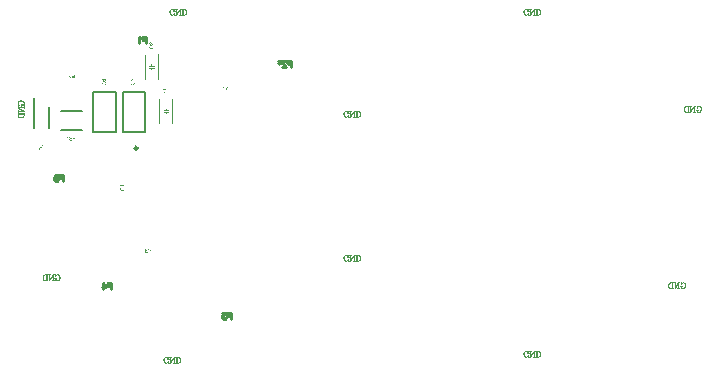
<source format=gbr>
G04*
G04 #@! TF.GenerationSoftware,Altium Limited,Altium Designer,25.8.1 (18)*
G04*
G04 Layer_Color=32896*
%FSLAX44Y44*%
%MOMM*%
G71*
G04*
G04 #@! TF.SameCoordinates,E23997CD-C925-4744-B0FB-38551C603FD4*
G04*
G04*
G04 #@! TF.FilePolarity,Positive*
G04*
G01*
G75*
%ADD10C,0.1524*%
%ADD11C,0.2000*%
%ADD12C,0.1000*%
%ADD13C,0.2500*%
%ADD16C,0.0800*%
%ADD17C,0.2540*%
%ADD19C,0.0762*%
G36*
X-198771Y-1534D02*
X-198810Y-1554D01*
X-198849Y-1579D01*
X-198928Y-1633D01*
X-199002Y-1692D01*
X-199069Y-1751D01*
X-199097Y-1779D01*
X-199126Y-1805D01*
X-199148Y-1827D01*
X-199168Y-1847D01*
X-199185Y-1867D01*
X-199196Y-1878D01*
X-199205Y-1886D01*
X-199207Y-1889D01*
X-199286Y-1985D01*
X-199360Y-2086D01*
X-199425Y-2185D01*
X-199456Y-2230D01*
X-199481Y-2275D01*
X-199506Y-2318D01*
X-199526Y-2354D01*
X-199546Y-2388D01*
X-199560Y-2416D01*
X-199571Y-2439D01*
X-199580Y-2459D01*
X-199585Y-2470D01*
X-199588Y-2473D01*
X-199974D01*
X-199946Y-2402D01*
X-199912Y-2329D01*
X-199879Y-2259D01*
X-199845Y-2194D01*
X-199831Y-2165D01*
X-199814Y-2137D01*
X-199802Y-2115D01*
X-199791Y-2095D01*
X-199783Y-2078D01*
X-199774Y-2067D01*
X-199771Y-2058D01*
X-199769Y-2056D01*
X-199718Y-1971D01*
X-199667Y-1898D01*
X-199619Y-1833D01*
X-199580Y-1776D01*
X-199560Y-1754D01*
X-199543Y-1734D01*
X-199529Y-1717D01*
X-199515Y-1700D01*
X-199506Y-1689D01*
X-199498Y-1681D01*
X-199495Y-1678D01*
X-199492Y-1675D01*
X-202033D01*
Y-1275D01*
X-198771D01*
Y-1534D01*
D02*
G37*
G36*
X-198782Y-3764D02*
X-200657D01*
X-200767Y-3767D01*
X-200868Y-3772D01*
X-200961Y-3784D01*
X-201043Y-3795D01*
X-201119Y-3812D01*
X-201187Y-3829D01*
X-201246Y-3846D01*
X-201299Y-3866D01*
X-201345Y-3885D01*
X-201381Y-3902D01*
X-201415Y-3919D01*
X-201440Y-3936D01*
X-201460Y-3947D01*
X-201472Y-3959D01*
X-201480Y-3964D01*
X-201483Y-3967D01*
X-201519Y-4006D01*
X-201553Y-4054D01*
X-201581Y-4102D01*
X-201607Y-4156D01*
X-201626Y-4212D01*
X-201643Y-4269D01*
X-201658Y-4325D01*
X-201669Y-4379D01*
X-201680Y-4432D01*
X-201686Y-4480D01*
X-201691Y-4525D01*
X-201694Y-4565D01*
Y-4596D01*
X-201697Y-4621D01*
Y-4641D01*
X-201691Y-4740D01*
X-201680Y-4830D01*
X-201672Y-4872D01*
X-201663Y-4911D01*
X-201655Y-4945D01*
X-201643Y-4979D01*
X-201632Y-5007D01*
X-201624Y-5033D01*
X-201615Y-5055D01*
X-201607Y-5075D01*
X-201598Y-5089D01*
X-201595Y-5100D01*
X-201590Y-5106D01*
Y-5109D01*
X-201545Y-5177D01*
X-201494Y-5233D01*
X-201443Y-5278D01*
X-201392Y-5315D01*
X-201347Y-5346D01*
X-201331Y-5354D01*
X-201314Y-5365D01*
X-201299Y-5371D01*
X-201288Y-5377D01*
X-201283Y-5380D01*
X-201280D01*
X-201240Y-5394D01*
X-201195Y-5405D01*
X-201147Y-5413D01*
X-201096Y-5425D01*
X-200995Y-5436D01*
X-200893Y-5447D01*
X-200846Y-5450D01*
X-200800Y-5453D01*
X-200761D01*
X-200727Y-5456D01*
X-200696D01*
X-200676D01*
X-200662D01*
X-200657D01*
X-198782D01*
Y-5887D01*
X-200660D01*
X-200753Y-5884D01*
X-200843Y-5881D01*
X-200927Y-5876D01*
X-201003Y-5867D01*
X-201077Y-5859D01*
X-201144Y-5848D01*
X-201206Y-5836D01*
X-201260Y-5825D01*
X-201311Y-5814D01*
X-201353Y-5803D01*
X-201390Y-5791D01*
X-201421Y-5783D01*
X-201443Y-5774D01*
X-201460Y-5769D01*
X-201472Y-5763D01*
X-201474D01*
X-201528Y-5738D01*
X-201579Y-5709D01*
X-201626Y-5678D01*
X-201672Y-5647D01*
X-201714Y-5614D01*
X-201751Y-5577D01*
X-201784Y-5543D01*
X-201815Y-5509D01*
X-201841Y-5478D01*
X-201866Y-5450D01*
X-201886Y-5422D01*
X-201903Y-5399D01*
X-201914Y-5380D01*
X-201923Y-5363D01*
X-201928Y-5354D01*
X-201931Y-5351D01*
X-201959Y-5295D01*
X-201982Y-5236D01*
X-202001Y-5174D01*
X-202021Y-5112D01*
X-202049Y-4988D01*
X-202058Y-4926D01*
X-202066Y-4869D01*
X-202072Y-4813D01*
X-202078Y-4765D01*
X-202080Y-4720D01*
X-202083Y-4680D01*
X-202086Y-4649D01*
Y-4604D01*
X-202083Y-4517D01*
X-202078Y-4435D01*
X-202069Y-4359D01*
X-202058Y-4286D01*
X-202044Y-4221D01*
X-202030Y-4156D01*
X-202013Y-4100D01*
X-201996Y-4049D01*
X-201979Y-4001D01*
X-201962Y-3961D01*
X-201948Y-3928D01*
X-201934Y-3899D01*
X-201923Y-3874D01*
X-201914Y-3860D01*
X-201908Y-3849D01*
X-201906Y-3846D01*
X-201872Y-3792D01*
X-201832Y-3744D01*
X-201796Y-3702D01*
X-201756Y-3660D01*
X-201717Y-3623D01*
X-201677Y-3592D01*
X-201641Y-3561D01*
X-201604Y-3536D01*
X-201570Y-3513D01*
X-201539Y-3496D01*
X-201511Y-3479D01*
X-201486Y-3468D01*
X-201466Y-3457D01*
X-201449Y-3451D01*
X-201440Y-3446D01*
X-201438D01*
X-201381Y-3426D01*
X-201322Y-3409D01*
X-201195Y-3381D01*
X-201066Y-3361D01*
X-201001Y-3352D01*
X-200941Y-3347D01*
X-200882Y-3341D01*
X-200829Y-3338D01*
X-200781Y-3336D01*
X-200741D01*
X-200707Y-3333D01*
X-200682D01*
X-200665D01*
X-200660D01*
X-198782D01*
Y-3764D01*
D02*
G37*
G36*
X-114914Y81961D02*
X-114888Y81922D01*
X-114835Y81843D01*
X-114776Y81770D01*
X-114717Y81702D01*
X-114688Y81674D01*
X-114663Y81646D01*
X-114640Y81623D01*
X-114621Y81603D01*
X-114601Y81586D01*
X-114590Y81575D01*
X-114581Y81567D01*
X-114578Y81564D01*
X-114482Y81485D01*
X-114381Y81412D01*
X-114282Y81347D01*
X-114237Y81316D01*
X-114192Y81290D01*
X-114150Y81265D01*
X-114113Y81245D01*
X-114079Y81226D01*
X-114051Y81211D01*
X-114029Y81200D01*
X-114009Y81192D01*
X-113997Y81186D01*
X-113995Y81183D01*
Y80797D01*
X-114065Y80825D01*
X-114138Y80859D01*
X-114209Y80893D01*
X-114274Y80927D01*
X-114302Y80941D01*
X-114330Y80958D01*
X-114353Y80969D01*
X-114373Y80980D01*
X-114389Y80989D01*
X-114401Y80997D01*
X-114409Y81000D01*
X-114412Y81003D01*
X-114496Y81054D01*
X-114570Y81104D01*
X-114635Y81152D01*
X-114691Y81192D01*
X-114714Y81211D01*
X-114733Y81228D01*
X-114750Y81243D01*
X-114767Y81257D01*
X-114778Y81265D01*
X-114787Y81273D01*
X-114790Y81276D01*
X-114793Y81279D01*
Y78739D01*
X-115193D01*
Y82001D01*
X-114934D01*
X-114914Y81961D01*
D02*
G37*
G36*
X-111745Y80422D02*
X-110490Y78739D01*
X-111006D01*
X-111829Y79867D01*
X-111849Y79895D01*
X-111875Y79929D01*
X-111900Y79968D01*
X-111925Y80005D01*
X-111948Y80039D01*
X-111967Y80070D01*
X-111973Y80081D01*
X-111979Y80086D01*
X-111985Y80092D01*
Y80095D01*
X-112032Y80022D01*
X-112055Y79991D01*
X-112075Y79960D01*
X-112092Y79934D01*
X-112106Y79914D01*
X-112114Y79903D01*
X-112117Y79898D01*
X-112940Y78739D01*
X-113470D01*
X-112252Y80442D01*
X-113380Y81990D01*
X-112912D01*
X-112261Y81124D01*
X-112207Y81054D01*
X-112159Y80986D01*
X-112114Y80924D01*
X-112078Y80868D01*
X-112046Y80822D01*
X-112035Y80803D01*
X-112024Y80786D01*
X-112015Y80772D01*
X-112010Y80763D01*
X-112004Y80758D01*
Y80755D01*
X-111970Y80814D01*
X-111931Y80879D01*
X-111889Y80944D01*
X-111844Y81008D01*
X-111804Y81068D01*
X-111787Y81090D01*
X-111773Y81113D01*
X-111759Y81130D01*
X-111750Y81144D01*
X-111745Y81152D01*
X-111742Y81155D01*
X-111147Y81990D01*
X-110637D01*
X-111745Y80422D01*
D02*
G37*
G36*
X-244515Y92334D02*
X-244436Y92326D01*
X-244360Y92315D01*
X-244290Y92301D01*
X-244225Y92281D01*
X-244163Y92261D01*
X-244106Y92239D01*
X-244058Y92216D01*
X-244013Y92193D01*
X-243974Y92171D01*
X-243940Y92151D01*
X-243912Y92131D01*
X-243889Y92117D01*
X-243875Y92106D01*
X-243864Y92098D01*
X-243861Y92095D01*
X-243813Y92047D01*
X-243768Y91996D01*
X-243731Y91943D01*
X-243698Y91883D01*
X-243667Y91827D01*
X-243641Y91768D01*
X-243622Y91711D01*
X-243602Y91655D01*
X-243588Y91601D01*
X-243576Y91553D01*
X-243565Y91508D01*
X-243559Y91472D01*
X-243554Y91441D01*
X-243551Y91415D01*
X-243548Y91401D01*
Y91396D01*
X-243960Y91353D01*
X-243963Y91410D01*
X-243968Y91460D01*
X-243977Y91511D01*
X-243988Y91556D01*
X-243999Y91599D01*
X-244013Y91638D01*
X-244030Y91675D01*
X-244047Y91708D01*
X-244061Y91737D01*
X-244078Y91762D01*
X-244092Y91782D01*
X-244106Y91802D01*
X-244115Y91816D01*
X-244123Y91824D01*
X-244129Y91830D01*
X-244132Y91833D01*
X-244166Y91863D01*
X-244202Y91889D01*
X-244239Y91914D01*
X-244276Y91934D01*
X-244315Y91951D01*
X-244352Y91965D01*
X-244425Y91985D01*
X-244459Y91993D01*
X-244493Y91999D01*
X-244521Y92002D01*
X-244543Y92004D01*
X-244563Y92007D01*
X-244591D01*
X-244642Y92004D01*
X-244690Y92002D01*
X-244735Y91993D01*
X-244775Y91982D01*
X-244814Y91971D01*
X-244851Y91957D01*
X-244884Y91940D01*
X-244916Y91925D01*
X-244944Y91911D01*
X-244966Y91895D01*
X-244986Y91880D01*
X-245003Y91869D01*
X-245017Y91858D01*
X-245026Y91852D01*
X-245031Y91847D01*
X-245034Y91844D01*
X-245065Y91813D01*
X-245090Y91779D01*
X-245113Y91745D01*
X-245133Y91711D01*
X-245150Y91677D01*
X-245161Y91646D01*
X-245183Y91582D01*
X-245189Y91553D01*
X-245195Y91528D01*
X-245198Y91503D01*
X-245200Y91483D01*
X-245203Y91466D01*
Y91455D01*
Y91446D01*
Y91443D01*
X-245200Y91401D01*
X-245195Y91359D01*
X-245186Y91317D01*
X-245175Y91274D01*
X-245144Y91193D01*
X-245110Y91119D01*
X-245093Y91085D01*
X-245076Y91057D01*
X-245059Y91029D01*
X-245045Y91006D01*
X-245034Y90990D01*
X-245026Y90975D01*
X-245020Y90967D01*
X-245017Y90964D01*
X-244978Y90913D01*
X-244932Y90863D01*
X-244882Y90806D01*
X-244828Y90750D01*
X-244769Y90691D01*
X-244710Y90634D01*
X-244648Y90578D01*
X-244589Y90524D01*
X-244532Y90474D01*
X-244479Y90426D01*
X-244431Y90383D01*
X-244386Y90347D01*
X-244352Y90316D01*
X-244324Y90293D01*
X-244307Y90279D01*
X-244304Y90273D01*
X-244301D01*
X-244239Y90223D01*
X-244180Y90172D01*
X-244126Y90124D01*
X-244075Y90079D01*
X-244030Y90036D01*
X-243985Y89994D01*
X-243948Y89958D01*
X-243912Y89924D01*
X-243881Y89893D01*
X-243855Y89865D01*
X-243833Y89839D01*
X-243813Y89819D01*
X-243799Y89805D01*
X-243788Y89791D01*
X-243782Y89786D01*
X-243779Y89783D01*
X-243717Y89704D01*
X-243664Y89625D01*
X-243616Y89554D01*
X-243582Y89487D01*
X-243565Y89459D01*
X-243554Y89433D01*
X-243542Y89408D01*
X-243534Y89388D01*
X-243526Y89374D01*
X-243520Y89363D01*
X-243517Y89354D01*
Y89351D01*
X-243500Y89301D01*
X-243489Y89253D01*
X-243480Y89205D01*
X-243475Y89163D01*
X-243472Y89129D01*
Y89101D01*
Y89089D01*
Y89081D01*
Y89078D01*
Y89075D01*
X-245620D01*
Y89459D01*
X-244028D01*
X-244053Y89498D01*
X-244081Y89537D01*
X-244109Y89574D01*
X-244135Y89605D01*
X-244157Y89633D01*
X-244177Y89656D01*
X-244188Y89667D01*
X-244194Y89673D01*
X-244216Y89695D01*
X-244242Y89721D01*
X-244276Y89752D01*
X-244309Y89783D01*
X-244386Y89851D01*
X-244464Y89918D01*
X-244501Y89949D01*
X-244538Y89980D01*
X-244569Y90008D01*
X-244597Y90034D01*
X-244622Y90054D01*
X-244639Y90068D01*
X-244653Y90079D01*
X-244656Y90082D01*
X-244735Y90149D01*
X-244806Y90211D01*
X-244873Y90271D01*
X-244932Y90324D01*
X-244989Y90375D01*
X-245037Y90423D01*
X-245082Y90465D01*
X-245124Y90505D01*
X-245158Y90538D01*
X-245186Y90569D01*
X-245212Y90595D01*
X-245234Y90615D01*
X-245248Y90631D01*
X-245259Y90646D01*
X-245265Y90651D01*
X-245268Y90654D01*
X-245333Y90730D01*
X-245389Y90803D01*
X-245434Y90871D01*
X-245471Y90930D01*
X-245485Y90956D01*
X-245499Y90978D01*
X-245511Y90998D01*
X-245519Y91018D01*
X-245525Y91029D01*
X-245530Y91040D01*
X-245533Y91046D01*
Y91049D01*
X-245561Y91119D01*
X-245581Y91190D01*
X-245595Y91255D01*
X-245604Y91314D01*
X-245612Y91362D01*
Y91384D01*
X-245615Y91401D01*
Y91415D01*
Y91426D01*
Y91432D01*
Y91435D01*
X-245612Y91505D01*
X-245604Y91573D01*
X-245589Y91638D01*
X-245572Y91697D01*
X-245553Y91754D01*
X-245527Y91807D01*
X-245505Y91855D01*
X-245479Y91900D01*
X-245451Y91940D01*
X-245429Y91976D01*
X-245406Y92007D01*
X-245384Y92033D01*
X-245367Y92052D01*
X-245353Y92066D01*
X-245344Y92075D01*
X-245341Y92078D01*
X-245288Y92123D01*
X-245231Y92162D01*
X-245172Y92199D01*
X-245110Y92227D01*
X-245048Y92253D01*
X-244986Y92275D01*
X-244927Y92292D01*
X-244868Y92306D01*
X-244814Y92315D01*
X-244763Y92323D01*
X-244715Y92329D01*
X-244676Y92334D01*
X-244645D01*
X-244620Y92337D01*
X-244600D01*
X-244515Y92334D01*
D02*
G37*
G36*
X-240413Y89075D02*
X-240844D01*
Y90519D01*
X-241400D01*
X-241448Y90516D01*
X-241490Y90513D01*
X-241524Y90510D01*
X-241549Y90507D01*
X-241566Y90505D01*
X-241577Y90502D01*
X-241580D01*
X-241617Y90491D01*
X-241653Y90476D01*
X-241684Y90462D01*
X-241716Y90448D01*
X-241738Y90434D01*
X-241758Y90426D01*
X-241772Y90417D01*
X-241775Y90414D01*
X-241811Y90389D01*
X-241851Y90355D01*
X-241887Y90318D01*
X-241921Y90285D01*
X-241952Y90251D01*
X-241975Y90223D01*
X-241983Y90211D01*
X-241989Y90203D01*
X-241995Y90200D01*
Y90197D01*
X-242017Y90166D01*
X-242043Y90132D01*
X-242093Y90062D01*
X-242147Y89989D01*
X-242195Y89915D01*
X-242217Y89884D01*
X-242240Y89853D01*
X-242257Y89825D01*
X-242274Y89800D01*
X-242288Y89780D01*
X-242296Y89766D01*
X-242302Y89755D01*
X-242305Y89752D01*
X-242733Y89075D01*
X-243272D01*
X-242708Y89960D01*
X-242646Y90054D01*
X-242581Y90138D01*
X-242522Y90211D01*
X-242494Y90242D01*
X-242468Y90273D01*
X-242443Y90302D01*
X-242420Y90324D01*
X-242401Y90344D01*
X-242384Y90361D01*
X-242372Y90375D01*
X-242361Y90383D01*
X-242355Y90389D01*
X-242353Y90392D01*
X-242316Y90423D01*
X-242277Y90451D01*
X-242232Y90479D01*
X-242189Y90505D01*
X-242153Y90524D01*
X-242122Y90541D01*
X-242110Y90547D01*
X-242102Y90553D01*
X-242096Y90555D01*
X-242093D01*
X-242178Y90569D01*
X-242257Y90586D01*
X-242330Y90606D01*
X-242398Y90629D01*
X-242460Y90651D01*
X-242519Y90677D01*
X-242570Y90702D01*
X-242615Y90727D01*
X-242654Y90753D01*
X-242688Y90775D01*
X-242719Y90798D01*
X-242742Y90817D01*
X-242761Y90832D01*
X-242773Y90843D01*
X-242781Y90851D01*
X-242784Y90854D01*
X-242824Y90899D01*
X-242857Y90947D01*
X-242888Y90998D01*
X-242914Y91046D01*
X-242936Y91097D01*
X-242956Y91145D01*
X-242970Y91193D01*
X-242981Y91235D01*
X-242990Y91277D01*
X-242998Y91317D01*
X-243004Y91350D01*
X-243007Y91381D01*
X-243010Y91404D01*
Y91424D01*
Y91435D01*
Y91438D01*
X-243007Y91489D01*
X-243004Y91537D01*
X-242990Y91627D01*
X-242967Y91711D01*
X-242956Y91748D01*
X-242942Y91782D01*
X-242931Y91813D01*
X-242917Y91841D01*
X-242905Y91866D01*
X-242897Y91886D01*
X-242886Y91903D01*
X-242880Y91914D01*
X-242877Y91923D01*
X-242874Y91925D01*
X-242849Y91965D01*
X-242821Y92002D01*
X-242790Y92038D01*
X-242761Y92069D01*
X-242731Y92098D01*
X-242700Y92123D01*
X-242643Y92165D01*
X-242592Y92196D01*
X-242570Y92207D01*
X-242550Y92219D01*
X-242536Y92227D01*
X-242525Y92233D01*
X-242516Y92236D01*
X-242513D01*
X-242468Y92253D01*
X-242420Y92267D01*
X-242370Y92278D01*
X-242316Y92289D01*
X-242206Y92303D01*
X-242099Y92315D01*
X-242048Y92317D01*
X-242003Y92320D01*
X-241961Y92323D01*
X-241924Y92326D01*
X-240413D01*
Y89075D01*
D02*
G37*
G36*
X-178496Y-56059D02*
X-178558Y-56153D01*
X-178623Y-56237D01*
X-178682Y-56310D01*
X-178710Y-56341D01*
X-178736Y-56372D01*
X-178761Y-56401D01*
X-178783Y-56423D01*
X-178803Y-56443D01*
X-178820Y-56460D01*
X-178831Y-56474D01*
X-178843Y-56482D01*
X-178848Y-56488D01*
X-178851Y-56491D01*
X-178888Y-56522D01*
X-178927Y-56550D01*
X-178972Y-56578D01*
X-179015Y-56604D01*
X-179051Y-56623D01*
X-179082Y-56640D01*
X-179094Y-56646D01*
X-179102Y-56652D01*
X-179108Y-56654D01*
X-179111D01*
X-179026Y-56668D01*
X-178947Y-56685D01*
X-178874Y-56705D01*
X-178806Y-56728D01*
X-178744Y-56750D01*
X-178685Y-56776D01*
X-178634Y-56801D01*
X-178589Y-56826D01*
X-178549Y-56852D01*
X-178516Y-56874D01*
X-178485Y-56897D01*
X-178462Y-56916D01*
X-178442Y-56931D01*
X-178431Y-56942D01*
X-178423Y-56950D01*
X-178420Y-56953D01*
X-178380Y-56998D01*
X-178347Y-57046D01*
X-178316Y-57097D01*
X-178290Y-57145D01*
X-178267Y-57196D01*
X-178248Y-57244D01*
X-178234Y-57291D01*
X-178222Y-57334D01*
X-178214Y-57376D01*
X-178206Y-57416D01*
X-178200Y-57449D01*
X-178197Y-57480D01*
X-178194Y-57503D01*
Y-57523D01*
Y-57534D01*
Y-57537D01*
X-178197Y-57588D01*
X-178200Y-57635D01*
X-178214Y-57726D01*
X-178237Y-57810D01*
X-178248Y-57847D01*
X-178262Y-57881D01*
X-178273Y-57912D01*
X-178287Y-57940D01*
X-178299Y-57965D01*
X-178307Y-57985D01*
X-178318Y-58002D01*
X-178324Y-58013D01*
X-178327Y-58022D01*
X-178330Y-58025D01*
X-178355Y-58064D01*
X-178383Y-58101D01*
X-178414Y-58137D01*
X-178442Y-58168D01*
X-178473Y-58197D01*
X-178504Y-58222D01*
X-178561Y-58264D01*
X-178612Y-58295D01*
X-178634Y-58306D01*
X-178654Y-58318D01*
X-178668Y-58326D01*
X-178679Y-58332D01*
X-178688Y-58335D01*
X-178690D01*
X-178736Y-58352D01*
X-178783Y-58366D01*
X-178834Y-58377D01*
X-178888Y-58388D01*
X-178998Y-58402D01*
X-179105Y-58414D01*
X-179156Y-58417D01*
X-179201Y-58419D01*
X-179243Y-58422D01*
X-179280Y-58425D01*
X-180791D01*
Y-55174D01*
X-180359D01*
Y-56618D01*
X-179804D01*
X-179756Y-56615D01*
X-179714Y-56612D01*
X-179680Y-56609D01*
X-179655Y-56606D01*
X-179638Y-56604D01*
X-179627Y-56601D01*
X-179624D01*
X-179587Y-56589D01*
X-179550Y-56575D01*
X-179519Y-56561D01*
X-179488Y-56547D01*
X-179466Y-56533D01*
X-179446Y-56525D01*
X-179432Y-56516D01*
X-179429Y-56513D01*
X-179393Y-56488D01*
X-179353Y-56454D01*
X-179316Y-56417D01*
X-179282Y-56384D01*
X-179251Y-56350D01*
X-179229Y-56322D01*
X-179221Y-56310D01*
X-179215Y-56302D01*
X-179209Y-56299D01*
Y-56296D01*
X-179187Y-56265D01*
X-179161Y-56231D01*
X-179111Y-56161D01*
X-179057Y-56088D01*
X-179009Y-56014D01*
X-178986Y-55983D01*
X-178964Y-55952D01*
X-178947Y-55924D01*
X-178930Y-55899D01*
X-178916Y-55879D01*
X-178908Y-55865D01*
X-178902Y-55854D01*
X-178899Y-55851D01*
X-178470Y-55174D01*
X-177932D01*
X-178496Y-56059D01*
D02*
G37*
G36*
X-176559Y-55121D02*
X-176477Y-55132D01*
X-176398Y-55146D01*
X-176325Y-55163D01*
X-176255Y-55185D01*
X-176190Y-55211D01*
X-176130Y-55236D01*
X-176077Y-55264D01*
X-176029Y-55293D01*
X-175987Y-55318D01*
X-175950Y-55343D01*
X-175919Y-55366D01*
X-175894Y-55383D01*
X-175877Y-55400D01*
X-175865Y-55408D01*
X-175863Y-55411D01*
X-175806Y-55467D01*
X-175758Y-55527D01*
X-175719Y-55589D01*
X-175682Y-55648D01*
X-175651Y-55710D01*
X-175626Y-55769D01*
X-175606Y-55828D01*
X-175589Y-55882D01*
X-175575Y-55935D01*
X-175567Y-55983D01*
X-175558Y-56026D01*
X-175555Y-56062D01*
X-175553Y-56090D01*
X-175550Y-56113D01*
Y-56127D01*
Y-56133D01*
X-175553Y-56192D01*
X-175555Y-56245D01*
X-175564Y-56299D01*
X-175575Y-56347D01*
X-175586Y-56395D01*
X-175600Y-56437D01*
X-175614Y-56477D01*
X-175629Y-56513D01*
X-175646Y-56547D01*
X-175660Y-56575D01*
X-175674Y-56598D01*
X-175685Y-56620D01*
X-175696Y-56635D01*
X-175705Y-56649D01*
X-175707Y-56654D01*
X-175710Y-56657D01*
X-175741Y-56694D01*
X-175775Y-56728D01*
X-175812Y-56761D01*
X-175849Y-56790D01*
X-175885Y-56815D01*
X-175922Y-56838D01*
X-175995Y-56874D01*
X-176029Y-56888D01*
X-176060Y-56902D01*
X-176088Y-56911D01*
X-176111Y-56919D01*
X-176130Y-56925D01*
X-176145Y-56931D01*
X-176156Y-56933D01*
X-176159D01*
X-176082Y-56976D01*
X-176015Y-57018D01*
X-175956Y-57066D01*
X-175910Y-57108D01*
X-175874Y-57148D01*
X-175846Y-57179D01*
X-175837Y-57190D01*
X-175832Y-57199D01*
X-175826Y-57204D01*
Y-57207D01*
X-175786Y-57275D01*
X-175758Y-57340D01*
X-175739Y-57404D01*
X-175724Y-57463D01*
X-175716Y-57514D01*
X-175713Y-57537D01*
Y-57557D01*
X-175710Y-57571D01*
Y-57582D01*
Y-57588D01*
Y-57590D01*
Y-57633D01*
X-175716Y-57672D01*
X-175730Y-57751D01*
X-175750Y-57822D01*
X-175770Y-57884D01*
X-175781Y-57912D01*
X-175792Y-57937D01*
X-175803Y-57957D01*
X-175812Y-57977D01*
X-175820Y-57991D01*
X-175826Y-58002D01*
X-175829Y-58008D01*
X-175832Y-58011D01*
X-175879Y-58081D01*
X-175936Y-58143D01*
X-175992Y-58197D01*
X-176046Y-58239D01*
X-176097Y-58275D01*
X-176116Y-58290D01*
X-176136Y-58301D01*
X-176150Y-58309D01*
X-176161Y-58315D01*
X-176170Y-58321D01*
X-176173D01*
X-176257Y-58360D01*
X-176342Y-58388D01*
X-176427Y-58408D01*
X-176503Y-58422D01*
X-176536Y-58428D01*
X-176567Y-58431D01*
X-176596Y-58433D01*
X-176618D01*
X-176638Y-58436D01*
X-176663D01*
X-176734Y-58433D01*
X-176801Y-58428D01*
X-176866Y-58417D01*
X-176928Y-58402D01*
X-176985Y-58386D01*
X-177038Y-58366D01*
X-177086Y-58346D01*
X-177131Y-58326D01*
X-177171Y-58304D01*
X-177207Y-58284D01*
X-177236Y-58264D01*
X-177261Y-58247D01*
X-177284Y-58233D01*
X-177298Y-58222D01*
X-177306Y-58216D01*
X-177309Y-58214D01*
X-177354Y-58171D01*
X-177396Y-58123D01*
X-177436Y-58075D01*
X-177470Y-58025D01*
X-177501Y-57971D01*
X-177526Y-57920D01*
X-177551Y-57870D01*
X-177571Y-57822D01*
X-177588Y-57774D01*
X-177602Y-57731D01*
X-177613Y-57692D01*
X-177625Y-57658D01*
X-177630Y-57633D01*
X-177636Y-57610D01*
X-177639Y-57599D01*
Y-57593D01*
X-177239Y-57523D01*
X-177230Y-57576D01*
X-177219Y-57627D01*
X-177205Y-57672D01*
X-177190Y-57714D01*
X-177174Y-57754D01*
X-177157Y-57791D01*
X-177140Y-57824D01*
X-177123Y-57853D01*
X-177109Y-57878D01*
X-177092Y-57901D01*
X-177078Y-57920D01*
X-177066Y-57934D01*
X-177055Y-57948D01*
X-177047Y-57957D01*
X-177044Y-57960D01*
X-177041Y-57962D01*
X-177010Y-57988D01*
X-176979Y-58011D01*
X-176948Y-58030D01*
X-176914Y-58047D01*
X-176849Y-58073D01*
X-176790Y-58092D01*
X-176737Y-58101D01*
X-176714Y-58103D01*
X-176694Y-58106D01*
X-176677Y-58109D01*
X-176655D01*
X-176613Y-58106D01*
X-176570Y-58103D01*
X-176497Y-58087D01*
X-176429Y-58064D01*
X-176376Y-58036D01*
X-176350Y-58022D01*
X-176331Y-58008D01*
X-176314Y-57996D01*
X-176300Y-57985D01*
X-176285Y-57977D01*
X-176277Y-57968D01*
X-176274Y-57965D01*
X-176271Y-57962D01*
X-176246Y-57934D01*
X-176221Y-57906D01*
X-176201Y-57875D01*
X-176184Y-57847D01*
X-176159Y-57785D01*
X-176142Y-57729D01*
X-176130Y-57678D01*
X-176128Y-57655D01*
X-176125Y-57638D01*
X-176122Y-57621D01*
Y-57610D01*
Y-57604D01*
Y-57602D01*
X-176125Y-57551D01*
X-176130Y-57503D01*
X-176142Y-57461D01*
X-176153Y-57418D01*
X-176170Y-57382D01*
X-176187Y-57348D01*
X-176204Y-57320D01*
X-176224Y-57291D01*
X-176243Y-57266D01*
X-176260Y-57246D01*
X-176277Y-57229D01*
X-176294Y-57215D01*
X-176305Y-57204D01*
X-176317Y-57196D01*
X-176322Y-57193D01*
X-176325Y-57190D01*
X-176364Y-57168D01*
X-176404Y-57148D01*
X-176483Y-57114D01*
X-176559Y-57091D01*
X-176630Y-57074D01*
X-176660Y-57069D01*
X-176691Y-57066D01*
X-176717Y-57060D01*
X-176739D01*
X-176756Y-57057D01*
X-176801D01*
X-176824Y-57060D01*
X-176841Y-57063D01*
X-176847D01*
X-176892Y-56714D01*
X-176830Y-56728D01*
X-176776Y-56739D01*
X-176728Y-56745D01*
X-176686Y-56750D01*
X-176655Y-56753D01*
X-176630Y-56756D01*
X-176610D01*
X-176559Y-56753D01*
X-176511Y-56747D01*
X-176466Y-56739D01*
X-176421Y-56728D01*
X-176381Y-56714D01*
X-176345Y-56700D01*
X-176308Y-56683D01*
X-176277Y-56668D01*
X-176249Y-56652D01*
X-176224Y-56635D01*
X-176204Y-56620D01*
X-176184Y-56606D01*
X-176173Y-56595D01*
X-176161Y-56587D01*
X-176156Y-56581D01*
X-176153Y-56578D01*
X-176122Y-56544D01*
X-176094Y-56508D01*
X-176068Y-56471D01*
X-176049Y-56432D01*
X-176032Y-56395D01*
X-176018Y-56356D01*
X-175995Y-56285D01*
X-175987Y-56251D01*
X-175981Y-56220D01*
X-175978Y-56195D01*
X-175975Y-56169D01*
X-175972Y-56150D01*
Y-56136D01*
Y-56127D01*
Y-56124D01*
X-175975Y-56071D01*
X-175981Y-56020D01*
X-175989Y-55972D01*
X-176004Y-55927D01*
X-176018Y-55885D01*
X-176035Y-55845D01*
X-176052Y-55809D01*
X-176068Y-55775D01*
X-176088Y-55746D01*
X-176105Y-55718D01*
X-176122Y-55696D01*
X-176136Y-55676D01*
X-176150Y-55662D01*
X-176159Y-55651D01*
X-176164Y-55645D01*
X-176167Y-55642D01*
X-176204Y-55608D01*
X-176243Y-55577D01*
X-176283Y-55552D01*
X-176322Y-55529D01*
X-176364Y-55510D01*
X-176404Y-55496D01*
X-176441Y-55482D01*
X-176477Y-55473D01*
X-176514Y-55465D01*
X-176545Y-55459D01*
X-176573Y-55453D01*
X-176596Y-55451D01*
X-176615Y-55448D01*
X-176644D01*
X-176686Y-55451D01*
X-176728Y-55453D01*
X-176807Y-55470D01*
X-176875Y-55496D01*
X-176934Y-55524D01*
X-176959Y-55535D01*
X-176982Y-55549D01*
X-177002Y-55563D01*
X-177016Y-55574D01*
X-177030Y-55583D01*
X-177038Y-55591D01*
X-177044Y-55594D01*
X-177047Y-55597D01*
X-177075Y-55628D01*
X-177103Y-55662D01*
X-177129Y-55699D01*
X-177151Y-55738D01*
X-177190Y-55817D01*
X-177224Y-55899D01*
X-177236Y-55935D01*
X-177247Y-55972D01*
X-177258Y-56003D01*
X-177264Y-56031D01*
X-177269Y-56057D01*
X-177275Y-56073D01*
X-177278Y-56085D01*
Y-56088D01*
X-177678Y-56034D01*
X-177667Y-55961D01*
X-177653Y-55890D01*
X-177633Y-55823D01*
X-177611Y-55761D01*
X-177585Y-55701D01*
X-177560Y-55645D01*
X-177532Y-55597D01*
X-177504Y-55552D01*
X-177475Y-55510D01*
X-177447Y-55473D01*
X-177425Y-55445D01*
X-177402Y-55419D01*
X-177382Y-55397D01*
X-177368Y-55383D01*
X-177360Y-55374D01*
X-177357Y-55371D01*
X-177303Y-55326D01*
X-177244Y-55287D01*
X-177188Y-55253D01*
X-177126Y-55225D01*
X-177066Y-55199D01*
X-177007Y-55180D01*
X-176951Y-55163D01*
X-176894Y-55149D01*
X-176844Y-55140D01*
X-176796Y-55132D01*
X-176754Y-55126D01*
X-176717Y-55121D01*
X-176689D01*
X-176666Y-55118D01*
X-176646D01*
X-176559Y-55121D01*
D02*
G37*
G36*
X-246782Y39596D02*
X-246757Y39557D01*
X-246703Y39478D01*
X-246644Y39404D01*
X-246585Y39337D01*
X-246556Y39309D01*
X-246531Y39281D01*
X-246509Y39258D01*
X-246489Y39238D01*
X-246469Y39221D01*
X-246458Y39210D01*
X-246449Y39202D01*
X-246446Y39199D01*
X-246351Y39120D01*
X-246249Y39046D01*
X-246150Y38982D01*
X-246105Y38951D01*
X-246060Y38925D01*
X-246018Y38900D01*
X-245981Y38880D01*
X-245947Y38860D01*
X-245919Y38846D01*
X-245897Y38835D01*
X-245877Y38827D01*
X-245866Y38821D01*
X-245863Y38818D01*
Y38432D01*
X-245933Y38460D01*
X-246007Y38494D01*
X-246077Y38528D01*
X-246142Y38561D01*
X-246170Y38576D01*
X-246198Y38593D01*
X-246221Y38604D01*
X-246241Y38615D01*
X-246258Y38624D01*
X-246269Y38632D01*
X-246277Y38635D01*
X-246280Y38638D01*
X-246365Y38688D01*
X-246438Y38739D01*
X-246503Y38787D01*
X-246559Y38827D01*
X-246582Y38846D01*
X-246602Y38863D01*
X-246618Y38877D01*
X-246635Y38891D01*
X-246647Y38900D01*
X-246655Y38908D01*
X-246658Y38911D01*
X-246661Y38914D01*
Y36374D01*
X-247061D01*
Y39636D01*
X-246802D01*
X-246782Y39596D01*
D02*
G37*
G36*
X-239937Y36374D02*
X-240368D01*
Y37851D01*
X-241893D01*
Y38235D01*
X-240368D01*
Y39241D01*
X-242130D01*
Y39625D01*
X-239937D01*
Y36374D01*
D02*
G37*
G36*
X-242671D02*
X-243909D01*
X-244022Y36377D01*
X-244072Y36379D01*
X-244123Y36382D01*
X-244168Y36385D01*
X-244211Y36391D01*
X-244250Y36396D01*
X-244287Y36402D01*
X-244321Y36405D01*
X-244349Y36410D01*
X-244374Y36416D01*
X-244394Y36419D01*
X-244411Y36422D01*
X-244425Y36424D01*
X-244431Y36427D01*
X-244433D01*
X-244510Y36450D01*
X-244580Y36475D01*
X-244639Y36501D01*
X-244693Y36526D01*
X-244732Y36549D01*
X-244749Y36560D01*
X-244763Y36568D01*
X-244775Y36574D01*
X-244783Y36579D01*
X-244786Y36585D01*
X-244789D01*
X-244839Y36630D01*
X-244887Y36678D01*
X-244927Y36729D01*
X-244963Y36777D01*
X-244992Y36822D01*
X-245003Y36842D01*
X-245011Y36859D01*
X-245020Y36870D01*
X-245023Y36881D01*
X-245028Y36887D01*
Y36890D01*
X-245062Y36966D01*
X-245085Y37039D01*
X-245102Y37112D01*
X-245116Y37177D01*
X-245119Y37205D01*
X-245121Y37234D01*
X-245124Y37256D01*
Y37276D01*
X-245127Y37293D01*
Y37304D01*
Y37313D01*
Y37315D01*
X-245124Y37366D01*
X-245121Y37417D01*
X-245113Y37465D01*
X-245102Y37510D01*
X-245090Y37555D01*
X-245076Y37594D01*
X-245062Y37631D01*
X-245048Y37668D01*
X-245031Y37699D01*
X-245017Y37724D01*
X-245003Y37750D01*
X-244992Y37769D01*
X-244980Y37786D01*
X-244972Y37798D01*
X-244969Y37803D01*
X-244966Y37806D01*
X-244935Y37843D01*
X-244901Y37879D01*
X-244828Y37941D01*
X-244752Y37992D01*
X-244681Y38031D01*
X-244645Y38048D01*
X-244614Y38063D01*
X-244586Y38077D01*
X-244560Y38085D01*
X-244541Y38094D01*
X-244527Y38099D01*
X-244515Y38102D01*
X-244512D01*
X-244591Y38147D01*
X-244662Y38195D01*
X-244721Y38246D01*
X-244769Y38294D01*
X-244806Y38333D01*
X-244834Y38367D01*
X-244842Y38381D01*
X-244848Y38390D01*
X-244853Y38395D01*
Y38398D01*
X-244893Y38468D01*
X-244921Y38536D01*
X-244941Y38604D01*
X-244955Y38663D01*
X-244961Y38688D01*
X-244963Y38714D01*
X-244966Y38736D01*
Y38753D01*
X-244969Y38770D01*
Y38781D01*
Y38787D01*
Y38790D01*
Y38832D01*
X-244963Y38874D01*
X-244949Y38953D01*
X-244927Y39024D01*
X-244904Y39089D01*
X-244893Y39117D01*
X-244882Y39142D01*
X-244870Y39165D01*
X-244859Y39185D01*
X-244851Y39199D01*
X-244845Y39210D01*
X-244842Y39216D01*
X-244839Y39218D01*
X-244789Y39292D01*
X-244732Y39354D01*
X-244673Y39404D01*
X-244617Y39447D01*
X-244566Y39481D01*
X-244543Y39495D01*
X-244524Y39503D01*
X-244510Y39512D01*
X-244498Y39517D01*
X-244490Y39523D01*
X-244487D01*
X-244442Y39540D01*
X-244397Y39557D01*
X-244298Y39582D01*
X-244199Y39599D01*
X-244104Y39613D01*
X-244058Y39616D01*
X-244019Y39619D01*
X-243982Y39622D01*
X-243951D01*
X-243926Y39625D01*
X-242671D01*
Y36374D01*
D02*
G37*
G36*
X-267160Y32499D02*
X-267199Y32479D01*
X-267239Y32453D01*
X-267318Y32400D01*
X-267391Y32341D01*
X-267458Y32281D01*
X-267487Y32253D01*
X-267515Y32228D01*
X-267537Y32205D01*
X-267557Y32186D01*
X-267574Y32166D01*
X-267585Y32155D01*
X-267594Y32146D01*
X-267597Y32143D01*
X-267676Y32048D01*
X-267749Y31946D01*
X-267814Y31847D01*
X-267845Y31802D01*
X-267870Y31757D01*
X-267896Y31715D01*
X-267915Y31678D01*
X-267935Y31644D01*
X-267949Y31616D01*
X-267960Y31594D01*
X-267969Y31574D01*
X-267974Y31563D01*
X-267977Y31560D01*
X-268363D01*
X-268335Y31630D01*
X-268302Y31704D01*
X-268268Y31774D01*
X-268234Y31839D01*
X-268220Y31867D01*
X-268203Y31895D01*
X-268192Y31918D01*
X-268180Y31938D01*
X-268172Y31955D01*
X-268163Y31966D01*
X-268160Y31974D01*
X-268158Y31977D01*
X-268107Y32062D01*
X-268056Y32135D01*
X-268008Y32200D01*
X-267969Y32256D01*
X-267949Y32279D01*
X-267932Y32298D01*
X-267918Y32315D01*
X-267904Y32332D01*
X-267896Y32343D01*
X-267887Y32352D01*
X-267884Y32355D01*
X-267881Y32358D01*
X-270422D01*
Y32758D01*
X-267160D01*
Y32499D01*
D02*
G37*
G36*
X-268623Y30818D02*
X-268547Y30813D01*
X-268476Y30804D01*
X-268409Y30793D01*
X-268347Y30782D01*
X-268287Y30770D01*
X-268231Y30759D01*
X-268183Y30748D01*
X-268138Y30736D01*
X-268101Y30725D01*
X-268067Y30714D01*
X-268042Y30705D01*
X-268022Y30700D01*
X-268011Y30697D01*
X-268008Y30694D01*
X-267946Y30669D01*
X-267887Y30641D01*
X-267831Y30612D01*
X-267780Y30581D01*
X-267729Y30550D01*
X-267684Y30517D01*
X-267642Y30486D01*
X-267602Y30454D01*
X-267568Y30426D01*
X-267540Y30398D01*
X-267512Y30376D01*
X-267492Y30353D01*
X-267475Y30336D01*
X-267464Y30322D01*
X-267456Y30314D01*
X-267453Y30311D01*
X-267394Y30235D01*
X-267346Y30153D01*
X-267303Y30074D01*
X-267272Y29998D01*
X-267258Y29964D01*
X-267247Y29933D01*
X-267239Y29905D01*
X-267230Y29882D01*
X-267225Y29862D01*
X-267222Y29846D01*
X-267219Y29837D01*
Y29834D01*
X-267210Y29795D01*
X-267202Y29753D01*
X-267191Y29660D01*
X-267182Y29564D01*
X-267177Y29471D01*
X-267174Y29425D01*
Y29386D01*
X-267171Y29349D01*
Y28137D01*
X-270422D01*
Y29307D01*
X-270419Y29414D01*
X-270413Y29513D01*
X-270410Y29558D01*
X-270405Y29603D01*
X-270399Y29643D01*
X-270394Y29679D01*
X-270391Y29713D01*
X-270385Y29741D01*
X-270379Y29767D01*
X-270377Y29789D01*
X-270374Y29806D01*
X-270371Y29817D01*
X-270368Y29826D01*
Y29829D01*
X-270346Y29910D01*
X-270317Y29987D01*
X-270292Y30051D01*
X-270264Y30108D01*
X-270252Y30133D01*
X-270241Y30156D01*
X-270230Y30173D01*
X-270222Y30189D01*
X-270216Y30201D01*
X-270210Y30209D01*
X-270205Y30215D01*
Y30218D01*
X-270162Y30277D01*
X-270114Y30331D01*
X-270064Y30381D01*
X-270019Y30426D01*
X-269976Y30463D01*
X-269942Y30491D01*
X-269928Y30500D01*
X-269920Y30508D01*
X-269914Y30511D01*
X-269911Y30514D01*
X-269838Y30562D01*
X-269756Y30607D01*
X-269677Y30643D01*
X-269604Y30677D01*
X-269570Y30689D01*
X-269536Y30703D01*
X-269508Y30711D01*
X-269486Y30720D01*
X-269466Y30728D01*
X-269449Y30734D01*
X-269440Y30736D01*
X-269438D01*
X-269328Y30765D01*
X-269215Y30787D01*
X-269102Y30801D01*
X-269051Y30810D01*
X-269001Y30813D01*
X-268956Y30815D01*
X-268913Y30818D01*
X-268874Y30821D01*
X-268843Y30824D01*
X-268817D01*
X-268798D01*
X-268784D01*
X-268781D01*
X-268702D01*
X-268623Y30818D01*
D02*
G37*
G36*
X-215782Y88199D02*
X-213676D01*
Y87872D01*
X-215782Y86389D01*
X-216149D01*
Y87799D01*
X-216927D01*
Y88199D01*
X-216149D01*
Y88639D01*
X-215782D01*
Y88199D01*
D02*
G37*
G36*
X-215788Y85721D02*
X-215861Y85701D01*
X-215931Y85681D01*
X-215996Y85656D01*
X-216056Y85631D01*
X-216112Y85603D01*
X-216163Y85574D01*
X-216208Y85546D01*
X-216250Y85518D01*
X-216287Y85490D01*
X-216318Y85464D01*
X-216343Y85442D01*
X-216366Y85419D01*
X-216383Y85402D01*
X-216397Y85391D01*
X-216402Y85383D01*
X-216405Y85380D01*
X-216442Y85332D01*
X-216473Y85281D01*
X-216501Y85230D01*
X-216524Y85180D01*
X-216543Y85126D01*
X-216560Y85075D01*
X-216574Y85027D01*
X-216586Y84979D01*
X-216594Y84937D01*
X-216600Y84895D01*
X-216605Y84858D01*
X-216608Y84827D01*
Y84802D01*
X-216611Y84785D01*
Y84768D01*
X-216608Y84714D01*
X-216605Y84658D01*
X-216588Y84557D01*
X-216574Y84509D01*
X-216563Y84464D01*
X-216549Y84421D01*
X-216535Y84382D01*
X-216521Y84345D01*
X-216507Y84311D01*
X-216493Y84283D01*
X-216481Y84261D01*
X-216473Y84241D01*
X-216464Y84227D01*
X-216462Y84218D01*
X-216459Y84215D01*
X-216428Y84170D01*
X-216394Y84125D01*
X-216360Y84086D01*
X-216323Y84049D01*
X-216284Y84015D01*
X-216247Y83984D01*
X-216208Y83959D01*
X-216171Y83933D01*
X-216137Y83911D01*
X-216103Y83891D01*
X-216075Y83877D01*
X-216050Y83863D01*
X-216027Y83855D01*
X-216013Y83846D01*
X-216002Y83843D01*
X-215999Y83840D01*
X-215878Y83801D01*
X-215754Y83773D01*
X-215633Y83750D01*
X-215576Y83744D01*
X-215520Y83736D01*
X-215469Y83733D01*
X-215421Y83728D01*
X-215379Y83725D01*
X-215345D01*
X-215314Y83722D01*
X-215292D01*
X-215280D01*
X-215275D01*
X-215156Y83728D01*
X-215041Y83739D01*
X-214987Y83744D01*
X-214936Y83753D01*
X-214888Y83764D01*
X-214843Y83773D01*
X-214801Y83781D01*
X-214764Y83792D01*
X-214730Y83801D01*
X-214702Y83806D01*
X-214683Y83815D01*
X-214666Y83818D01*
X-214654Y83823D01*
X-214652D01*
X-214595Y83843D01*
X-214544Y83869D01*
X-214494Y83894D01*
X-214449Y83922D01*
X-214406Y83950D01*
X-214367Y83979D01*
X-214330Y84010D01*
X-214296Y84038D01*
X-214268Y84066D01*
X-214243Y84091D01*
X-214220Y84114D01*
X-214203Y84136D01*
X-214189Y84153D01*
X-214178Y84165D01*
X-214172Y84173D01*
X-214169Y84176D01*
X-214138Y84224D01*
X-214110Y84275D01*
X-214085Y84328D01*
X-214065Y84379D01*
X-214048Y84432D01*
X-214034Y84483D01*
X-214020Y84534D01*
X-214011Y84582D01*
X-214003Y84627D01*
X-213997Y84669D01*
X-213995Y84706D01*
X-213992Y84740D01*
X-213989Y84765D01*
Y84802D01*
X-213992Y84861D01*
X-213995Y84920D01*
X-214003Y84974D01*
X-214014Y85024D01*
X-214026Y85072D01*
X-214040Y85118D01*
X-214057Y85157D01*
X-214071Y85197D01*
X-214085Y85227D01*
X-214102Y85259D01*
X-214116Y85284D01*
X-214127Y85304D01*
X-214138Y85321D01*
X-214144Y85335D01*
X-214150Y85340D01*
X-214153Y85343D01*
X-214184Y85383D01*
X-214220Y85419D01*
X-214260Y85453D01*
X-214302Y85484D01*
X-214387Y85541D01*
X-214471Y85588D01*
X-214510Y85608D01*
X-214547Y85625D01*
X-214581Y85639D01*
X-214609Y85650D01*
X-214635Y85662D01*
X-214652Y85667D01*
X-214666Y85673D01*
X-214668D01*
X-214570Y86096D01*
X-214488Y86068D01*
X-214409Y86037D01*
X-214338Y86003D01*
X-214271Y85966D01*
X-214209Y85929D01*
X-214150Y85890D01*
X-214099Y85851D01*
X-214051Y85814D01*
X-214009Y85777D01*
X-213972Y85744D01*
X-213941Y85712D01*
X-213916Y85684D01*
X-213896Y85662D01*
X-213882Y85645D01*
X-213873Y85633D01*
X-213871Y85631D01*
X-213825Y85566D01*
X-213789Y85501D01*
X-213755Y85430D01*
X-213727Y85363D01*
X-213701Y85292D01*
X-213682Y85225D01*
X-213665Y85160D01*
X-213651Y85095D01*
X-213639Y85036D01*
X-213634Y84982D01*
X-213628Y84934D01*
X-213622Y84892D01*
Y84858D01*
X-213620Y84833D01*
Y84810D01*
X-213622Y84731D01*
X-213628Y84652D01*
X-213636Y84579D01*
X-213651Y84506D01*
X-213665Y84438D01*
X-213682Y84373D01*
X-213699Y84311D01*
X-213718Y84258D01*
X-213735Y84204D01*
X-213755Y84159D01*
X-213772Y84120D01*
X-213786Y84086D01*
X-213800Y84060D01*
X-213808Y84040D01*
X-213814Y84026D01*
X-213817Y84024D01*
X-213856Y83959D01*
X-213899Y83897D01*
X-213944Y83840D01*
X-213989Y83787D01*
X-214037Y83736D01*
X-214085Y83691D01*
X-214133Y83652D01*
X-214178Y83612D01*
X-214223Y83581D01*
X-214262Y83553D01*
X-214299Y83527D01*
X-214330Y83508D01*
X-214356Y83491D01*
X-214375Y83479D01*
X-214387Y83474D01*
X-214392Y83471D01*
X-214465Y83437D01*
X-214539Y83409D01*
X-214615Y83384D01*
X-214691Y83361D01*
X-214764Y83341D01*
X-214838Y83327D01*
X-214908Y83313D01*
X-214976Y83305D01*
X-215041Y83296D01*
X-215097Y83291D01*
X-215148Y83285D01*
X-215193Y83282D01*
X-215227Y83279D01*
X-215255D01*
X-215272D01*
X-215275D01*
X-215277D01*
X-215365Y83282D01*
X-215449Y83288D01*
X-215531Y83296D01*
X-215610Y83305D01*
X-215686Y83319D01*
X-215757Y83333D01*
X-215824Y83347D01*
X-215886Y83364D01*
X-215946Y83381D01*
X-215996Y83395D01*
X-216042Y83409D01*
X-216078Y83423D01*
X-216109Y83432D01*
X-216129Y83440D01*
X-216143Y83446D01*
X-216149Y83448D01*
X-216222Y83482D01*
X-216292Y83519D01*
X-216357Y83558D01*
X-216416Y83601D01*
X-216473Y83640D01*
X-216524Y83682D01*
X-216569Y83725D01*
X-216611Y83764D01*
X-216648Y83801D01*
X-216679Y83838D01*
X-216707Y83869D01*
X-216729Y83897D01*
X-216746Y83919D01*
X-216758Y83936D01*
X-216766Y83947D01*
X-216769Y83950D01*
X-216805Y84015D01*
X-216839Y84083D01*
X-216868Y84150D01*
X-216890Y84224D01*
X-216913Y84294D01*
X-216930Y84365D01*
X-216944Y84435D01*
X-216955Y84500D01*
X-216963Y84565D01*
X-216969Y84621D01*
X-216975Y84672D01*
X-216978Y84717D01*
Y84754D01*
X-216980Y84782D01*
Y84805D01*
X-216978Y84898D01*
X-216969Y84988D01*
X-216955Y85072D01*
X-216938Y85154D01*
X-216915Y85230D01*
X-216893Y85301D01*
X-216868Y85366D01*
X-216842Y85425D01*
X-216817Y85478D01*
X-216791Y85526D01*
X-216769Y85569D01*
X-216746Y85603D01*
X-216729Y85628D01*
X-216715Y85648D01*
X-216707Y85662D01*
X-216704Y85665D01*
X-216648Y85729D01*
X-216588Y85786D01*
X-216526Y85839D01*
X-216459Y85890D01*
X-216394Y85935D01*
X-216326Y85975D01*
X-216259Y86009D01*
X-216194Y86039D01*
X-216134Y86068D01*
X-216078Y86090D01*
X-216027Y86110D01*
X-215982Y86127D01*
X-215946Y86138D01*
X-215917Y86147D01*
X-215909Y86150D01*
X-215900D01*
X-215898Y86152D01*
X-215895D01*
X-215788Y85721D01*
D02*
G37*
G36*
X-176105Y119466D02*
X-176052Y119463D01*
X-175998Y119454D01*
X-175950Y119443D01*
X-175902Y119432D01*
X-175860Y119418D01*
X-175821Y119404D01*
X-175784Y119390D01*
X-175750Y119373D01*
X-175722Y119359D01*
X-175699Y119345D01*
X-175677Y119333D01*
X-175663Y119322D01*
X-175649Y119313D01*
X-175643Y119311D01*
X-175640Y119308D01*
X-175604Y119277D01*
X-175570Y119243D01*
X-175536Y119206D01*
X-175508Y119170D01*
X-175482Y119133D01*
X-175460Y119096D01*
X-175423Y119023D01*
X-175409Y118989D01*
X-175395Y118958D01*
X-175386Y118930D01*
X-175378Y118907D01*
X-175372Y118888D01*
X-175367Y118874D01*
X-175364Y118862D01*
Y118860D01*
X-175322Y118936D01*
X-175279Y119003D01*
X-175231Y119063D01*
X-175189Y119108D01*
X-175149Y119144D01*
X-175119Y119172D01*
X-175107Y119181D01*
X-175099Y119187D01*
X-175093Y119192D01*
X-175090D01*
X-175023Y119232D01*
X-174958Y119260D01*
X-174893Y119280D01*
X-174834Y119294D01*
X-174783Y119302D01*
X-174760Y119305D01*
X-174741D01*
X-174727Y119308D01*
X-174715D01*
X-174710D01*
X-174707D01*
X-174665D01*
X-174625Y119302D01*
X-174546Y119288D01*
X-174476Y119268D01*
X-174414Y119249D01*
X-174386Y119237D01*
X-174360Y119226D01*
X-174340Y119215D01*
X-174321Y119206D01*
X-174307Y119198D01*
X-174295Y119192D01*
X-174290Y119189D01*
X-174287Y119187D01*
X-174216Y119139D01*
X-174154Y119082D01*
X-174101Y119026D01*
X-174058Y118972D01*
X-174022Y118922D01*
X-174008Y118902D01*
X-173996Y118882D01*
X-173988Y118868D01*
X-173982Y118857D01*
X-173977Y118848D01*
Y118846D01*
X-173937Y118761D01*
X-173909Y118676D01*
X-173889Y118592D01*
X-173875Y118516D01*
X-173869Y118482D01*
X-173867Y118451D01*
X-173864Y118423D01*
Y118400D01*
X-173861Y118380D01*
Y118355D01*
X-173864Y118284D01*
X-173869Y118217D01*
X-173881Y118152D01*
X-173895Y118090D01*
X-173912Y118034D01*
X-173932Y117980D01*
X-173951Y117932D01*
X-173971Y117887D01*
X-173994Y117847D01*
X-174013Y117811D01*
X-174033Y117783D01*
X-174050Y117757D01*
X-174064Y117735D01*
X-174075Y117720D01*
X-174081Y117712D01*
X-174084Y117709D01*
X-174126Y117664D01*
X-174174Y117622D01*
X-174222Y117582D01*
X-174273Y117549D01*
X-174326Y117517D01*
X-174377Y117492D01*
X-174428Y117467D01*
X-174476Y117447D01*
X-174524Y117430D01*
X-174566Y117416D01*
X-174605Y117405D01*
X-174639Y117394D01*
X-174665Y117388D01*
X-174687Y117382D01*
X-174698Y117379D01*
X-174704D01*
X-174775Y117780D01*
X-174721Y117788D01*
X-174670Y117800D01*
X-174625Y117814D01*
X-174583Y117828D01*
X-174543Y117845D01*
X-174507Y117861D01*
X-174473Y117878D01*
X-174445Y117895D01*
X-174419Y117909D01*
X-174397Y117926D01*
X-174377Y117941D01*
X-174363Y117952D01*
X-174349Y117963D01*
X-174340Y117971D01*
X-174338Y117974D01*
X-174335Y117977D01*
X-174309Y118008D01*
X-174287Y118039D01*
X-174267Y118070D01*
X-174250Y118104D01*
X-174225Y118169D01*
X-174205Y118228D01*
X-174197Y118282D01*
X-174194Y118304D01*
X-174191Y118324D01*
X-174188Y118341D01*
Y118363D01*
X-174191Y118406D01*
X-174194Y118448D01*
X-174211Y118521D01*
X-174233Y118589D01*
X-174261Y118643D01*
X-174275Y118668D01*
X-174290Y118688D01*
X-174301Y118705D01*
X-174312Y118719D01*
X-174321Y118733D01*
X-174329Y118741D01*
X-174332Y118744D01*
X-174335Y118747D01*
X-174363Y118772D01*
X-174391Y118798D01*
X-174422Y118817D01*
X-174450Y118834D01*
X-174512Y118860D01*
X-174569Y118876D01*
X-174620Y118888D01*
X-174642Y118891D01*
X-174659Y118893D01*
X-174676Y118896D01*
X-174687D01*
X-174693D01*
X-174696D01*
X-174746Y118893D01*
X-174794Y118888D01*
X-174837Y118876D01*
X-174879Y118865D01*
X-174916Y118848D01*
X-174949Y118831D01*
X-174978Y118814D01*
X-175006Y118795D01*
X-175031Y118775D01*
X-175051Y118758D01*
X-175068Y118741D01*
X-175082Y118724D01*
X-175093Y118713D01*
X-175102Y118702D01*
X-175104Y118696D01*
X-175107Y118693D01*
X-175130Y118654D01*
X-175149Y118614D01*
X-175183Y118535D01*
X-175206Y118459D01*
X-175223Y118389D01*
X-175229Y118358D01*
X-175231Y118327D01*
X-175237Y118301D01*
Y118279D01*
X-175240Y118262D01*
Y118217D01*
X-175237Y118194D01*
X-175234Y118177D01*
Y118172D01*
X-175584Y118126D01*
X-175570Y118189D01*
X-175558Y118242D01*
X-175553Y118290D01*
X-175547Y118332D01*
X-175544Y118363D01*
X-175541Y118389D01*
Y118408D01*
X-175544Y118459D01*
X-175550Y118507D01*
X-175558Y118552D01*
X-175570Y118597D01*
X-175584Y118637D01*
X-175598Y118673D01*
X-175615Y118710D01*
X-175629Y118741D01*
X-175646Y118769D01*
X-175663Y118795D01*
X-175677Y118814D01*
X-175691Y118834D01*
X-175702Y118846D01*
X-175711Y118857D01*
X-175716Y118862D01*
X-175719Y118865D01*
X-175753Y118896D01*
X-175790Y118924D01*
X-175826Y118950D01*
X-175866Y118969D01*
X-175902Y118987D01*
X-175942Y119001D01*
X-176012Y119023D01*
X-176046Y119032D01*
X-176077Y119037D01*
X-176103Y119040D01*
X-176128Y119043D01*
X-176148Y119046D01*
X-176162D01*
X-176170D01*
X-176173D01*
X-176227Y119043D01*
X-176277Y119037D01*
X-176325Y119029D01*
X-176370Y119015D01*
X-176413Y119001D01*
X-176452Y118984D01*
X-176489Y118967D01*
X-176523Y118950D01*
X-176551Y118930D01*
X-176579Y118913D01*
X-176602Y118896D01*
X-176621Y118882D01*
X-176635Y118868D01*
X-176647Y118860D01*
X-176652Y118854D01*
X-176655Y118851D01*
X-176689Y118814D01*
X-176720Y118775D01*
X-176745Y118736D01*
X-176768Y118696D01*
X-176788Y118654D01*
X-176802Y118614D01*
X-176816Y118578D01*
X-176824Y118541D01*
X-176833Y118504D01*
X-176838Y118473D01*
X-176844Y118445D01*
X-176847Y118423D01*
X-176850Y118403D01*
Y118375D01*
X-176847Y118332D01*
X-176844Y118290D01*
X-176827Y118211D01*
X-176802Y118144D01*
X-176773Y118084D01*
X-176762Y118059D01*
X-176748Y118036D01*
X-176734Y118017D01*
X-176723Y118003D01*
X-176714Y117988D01*
X-176706Y117980D01*
X-176703Y117974D01*
X-176700Y117971D01*
X-176669Y117943D01*
X-176635Y117915D01*
X-176599Y117890D01*
X-176559Y117867D01*
X-176480Y117828D01*
X-176399Y117794D01*
X-176362Y117783D01*
X-176325Y117771D01*
X-176294Y117760D01*
X-176266Y117754D01*
X-176241Y117749D01*
X-176224Y117743D01*
X-176212Y117740D01*
X-176210D01*
X-176263Y117340D01*
X-176336Y117351D01*
X-176407Y117365D01*
X-176475Y117385D01*
X-176537Y117408D01*
X-176596Y117433D01*
X-176652Y117458D01*
X-176700Y117486D01*
X-176745Y117515D01*
X-176788Y117543D01*
X-176824Y117571D01*
X-176852Y117594D01*
X-176878Y117616D01*
X-176900Y117636D01*
X-176915Y117650D01*
X-176923Y117659D01*
X-176926Y117661D01*
X-176971Y117715D01*
X-177010Y117774D01*
X-177044Y117830D01*
X-177072Y117893D01*
X-177098Y117952D01*
X-177118Y118011D01*
X-177134Y118067D01*
X-177148Y118124D01*
X-177157Y118174D01*
X-177165Y118222D01*
X-177171Y118265D01*
X-177177Y118301D01*
Y118329D01*
X-177180Y118352D01*
Y118372D01*
X-177177Y118459D01*
X-177165Y118541D01*
X-177151Y118620D01*
X-177134Y118693D01*
X-177112Y118764D01*
X-177087Y118829D01*
X-177061Y118888D01*
X-177033Y118941D01*
X-177005Y118989D01*
X-176979Y119032D01*
X-176954Y119068D01*
X-176931Y119099D01*
X-176915Y119125D01*
X-176898Y119142D01*
X-176889Y119153D01*
X-176886Y119156D01*
X-176830Y119212D01*
X-176771Y119260D01*
X-176709Y119299D01*
X-176649Y119336D01*
X-176587Y119367D01*
X-176528Y119392D01*
X-176469Y119412D01*
X-176415Y119429D01*
X-176362Y119443D01*
X-176314Y119452D01*
X-176272Y119460D01*
X-176235Y119463D01*
X-176207Y119466D01*
X-176184Y119469D01*
X-176170D01*
X-176164D01*
X-176105Y119466D01*
D02*
G37*
G36*
X-175984Y116536D02*
X-176057Y116517D01*
X-176128Y116497D01*
X-176193Y116472D01*
X-176252Y116446D01*
X-176308Y116418D01*
X-176359Y116390D01*
X-176404Y116362D01*
X-176446Y116333D01*
X-176483Y116305D01*
X-176514Y116280D01*
X-176539Y116257D01*
X-176562Y116235D01*
X-176579Y116218D01*
X-176593Y116207D01*
X-176599Y116198D01*
X-176602Y116195D01*
X-176638Y116147D01*
X-176669Y116097D01*
X-176697Y116046D01*
X-176720Y115995D01*
X-176740Y115941D01*
X-176757Y115891D01*
X-176771Y115843D01*
X-176782Y115795D01*
X-176790Y115753D01*
X-176796Y115710D01*
X-176802Y115674D01*
X-176805Y115643D01*
Y115617D01*
X-176807Y115600D01*
Y115583D01*
X-176805Y115530D01*
X-176802Y115473D01*
X-176785Y115372D01*
X-176771Y115324D01*
X-176759Y115279D01*
X-176745Y115237D01*
X-176731Y115197D01*
X-176717Y115161D01*
X-176703Y115127D01*
X-176689Y115098D01*
X-176678Y115076D01*
X-176669Y115056D01*
X-176661Y115042D01*
X-176658Y115034D01*
X-176655Y115031D01*
X-176624Y114986D01*
X-176590Y114941D01*
X-176556Y114901D01*
X-176520Y114865D01*
X-176480Y114831D01*
X-176444Y114800D01*
X-176404Y114774D01*
X-176367Y114749D01*
X-176334Y114726D01*
X-176300Y114707D01*
X-176272Y114692D01*
X-176246Y114678D01*
X-176224Y114670D01*
X-176210Y114662D01*
X-176198Y114659D01*
X-176196Y114656D01*
X-176074Y114616D01*
X-175950Y114588D01*
X-175829Y114566D01*
X-175773Y114560D01*
X-175716Y114551D01*
X-175665Y114549D01*
X-175618Y114543D01*
X-175575Y114540D01*
X-175541D01*
X-175510Y114537D01*
X-175488D01*
X-175477D01*
X-175471D01*
X-175352Y114543D01*
X-175237Y114554D01*
X-175183Y114560D01*
X-175133Y114569D01*
X-175085Y114580D01*
X-175040Y114588D01*
X-174997Y114597D01*
X-174961Y114608D01*
X-174927Y114616D01*
X-174899Y114622D01*
X-174879Y114630D01*
X-174862Y114633D01*
X-174851Y114639D01*
X-174848D01*
X-174792Y114659D01*
X-174741Y114684D01*
X-174690Y114709D01*
X-174645Y114738D01*
X-174603Y114766D01*
X-174563Y114794D01*
X-174526Y114825D01*
X-174493Y114853D01*
X-174464Y114881D01*
X-174439Y114907D01*
X-174417Y114929D01*
X-174400Y114952D01*
X-174386Y114969D01*
X-174374Y114980D01*
X-174369Y114988D01*
X-174366Y114991D01*
X-174335Y115039D01*
X-174307Y115090D01*
X-174281Y115144D01*
X-174261Y115194D01*
X-174244Y115248D01*
X-174230Y115299D01*
X-174216Y115349D01*
X-174208Y115397D01*
X-174199Y115442D01*
X-174194Y115485D01*
X-174191Y115521D01*
X-174188Y115555D01*
X-174185Y115581D01*
Y115617D01*
X-174188Y115676D01*
X-174191Y115736D01*
X-174199Y115789D01*
X-174211Y115840D01*
X-174222Y115888D01*
X-174236Y115933D01*
X-174253Y115972D01*
X-174267Y116012D01*
X-174281Y116043D01*
X-174298Y116074D01*
X-174312Y116099D01*
X-174324Y116119D01*
X-174335Y116136D01*
X-174340Y116150D01*
X-174346Y116156D01*
X-174349Y116159D01*
X-174380Y116198D01*
X-174417Y116235D01*
X-174456Y116269D01*
X-174498Y116300D01*
X-174583Y116356D01*
X-174667Y116404D01*
X-174707Y116424D01*
X-174743Y116440D01*
X-174777Y116455D01*
X-174806Y116466D01*
X-174831Y116477D01*
X-174848Y116483D01*
X-174862Y116489D01*
X-174865D01*
X-174766Y116911D01*
X-174684Y116883D01*
X-174605Y116852D01*
X-174535Y116818D01*
X-174467Y116782D01*
X-174405Y116745D01*
X-174346Y116706D01*
X-174295Y116666D01*
X-174247Y116629D01*
X-174205Y116593D01*
X-174168Y116559D01*
X-174137Y116528D01*
X-174112Y116500D01*
X-174092Y116477D01*
X-174078Y116460D01*
X-174070Y116449D01*
X-174067Y116446D01*
X-174022Y116381D01*
X-173985Y116316D01*
X-173951Y116246D01*
X-173923Y116178D01*
X-173898Y116108D01*
X-173878Y116040D01*
X-173861Y115975D01*
X-173847Y115911D01*
X-173836Y115851D01*
X-173830Y115798D01*
X-173824Y115750D01*
X-173819Y115708D01*
Y115674D01*
X-173816Y115648D01*
Y115626D01*
X-173819Y115547D01*
X-173824Y115468D01*
X-173833Y115394D01*
X-173847Y115321D01*
X-173861Y115254D01*
X-173878Y115189D01*
X-173895Y115127D01*
X-173915Y115073D01*
X-173932Y115020D01*
X-173951Y114974D01*
X-173968Y114935D01*
X-173982Y114901D01*
X-173996Y114876D01*
X-174005Y114856D01*
X-174011Y114842D01*
X-174013Y114839D01*
X-174053Y114774D01*
X-174095Y114712D01*
X-174140Y114656D01*
X-174185Y114602D01*
X-174233Y114551D01*
X-174281Y114506D01*
X-174329Y114467D01*
X-174374Y114427D01*
X-174419Y114396D01*
X-174459Y114368D01*
X-174495Y114343D01*
X-174526Y114323D01*
X-174552Y114306D01*
X-174572Y114295D01*
X-174583Y114289D01*
X-174589Y114286D01*
X-174662Y114253D01*
X-174735Y114225D01*
X-174811Y114199D01*
X-174887Y114177D01*
X-174961Y114157D01*
X-175034Y114143D01*
X-175104Y114129D01*
X-175172Y114120D01*
X-175237Y114112D01*
X-175293Y114106D01*
X-175344Y114100D01*
X-175389Y114098D01*
X-175423Y114095D01*
X-175451D01*
X-175468D01*
X-175471D01*
X-175474D01*
X-175561Y114098D01*
X-175646Y114103D01*
X-175728Y114112D01*
X-175807Y114120D01*
X-175883Y114134D01*
X-175953Y114148D01*
X-176021Y114163D01*
X-176083Y114179D01*
X-176142Y114196D01*
X-176193Y114210D01*
X-176238Y114225D01*
X-176275Y114239D01*
X-176306Y114247D01*
X-176325Y114256D01*
X-176339Y114261D01*
X-176345Y114264D01*
X-176418Y114298D01*
X-176489Y114334D01*
X-176554Y114374D01*
X-176613Y114416D01*
X-176669Y114456D01*
X-176720Y114498D01*
X-176765Y114540D01*
X-176807Y114580D01*
X-176844Y114616D01*
X-176875Y114653D01*
X-176903Y114684D01*
X-176926Y114712D01*
X-176943Y114735D01*
X-176954Y114752D01*
X-176962Y114763D01*
X-176965Y114766D01*
X-177002Y114831D01*
X-177036Y114898D01*
X-177064Y114966D01*
X-177087Y115039D01*
X-177109Y115110D01*
X-177126Y115180D01*
X-177140Y115251D01*
X-177151Y115316D01*
X-177160Y115380D01*
X-177165Y115437D01*
X-177171Y115488D01*
X-177174Y115533D01*
Y115569D01*
X-177177Y115597D01*
Y115620D01*
X-177174Y115713D01*
X-177165Y115803D01*
X-177151Y115888D01*
X-177134Y115970D01*
X-177112Y116046D01*
X-177089Y116116D01*
X-177064Y116181D01*
X-177038Y116240D01*
X-177013Y116294D01*
X-176988Y116342D01*
X-176965Y116384D01*
X-176943Y116418D01*
X-176926Y116443D01*
X-176912Y116463D01*
X-176903Y116477D01*
X-176900Y116480D01*
X-176844Y116545D01*
X-176785Y116601D01*
X-176723Y116655D01*
X-176655Y116706D01*
X-176590Y116751D01*
X-176523Y116790D01*
X-176455Y116824D01*
X-176390Y116855D01*
X-176331Y116883D01*
X-176275Y116906D01*
X-176224Y116925D01*
X-176179Y116942D01*
X-176142Y116954D01*
X-176114Y116962D01*
X-176105Y116965D01*
X-176097D01*
X-176094Y116968D01*
X-176091D01*
X-175984Y116536D01*
D02*
G37*
G36*
X-192661Y87146D02*
X-192621Y87171D01*
X-192582Y87199D01*
X-192545Y87228D01*
X-192514Y87253D01*
X-192486Y87276D01*
X-192463Y87295D01*
X-192452Y87307D01*
X-192446Y87312D01*
X-192424Y87335D01*
X-192398Y87360D01*
X-192367Y87394D01*
X-192336Y87428D01*
X-192269Y87504D01*
X-192201Y87583D01*
X-192170Y87620D01*
X-192139Y87656D01*
X-192111Y87687D01*
X-192085Y87716D01*
X-192066Y87741D01*
X-192052Y87758D01*
X-192040Y87772D01*
X-192038Y87775D01*
X-191970Y87854D01*
X-191908Y87924D01*
X-191849Y87992D01*
X-191795Y88051D01*
X-191744Y88107D01*
X-191696Y88155D01*
X-191654Y88200D01*
X-191615Y88243D01*
X-191581Y88277D01*
X-191550Y88305D01*
X-191524Y88330D01*
X-191505Y88353D01*
X-191488Y88367D01*
X-191474Y88378D01*
X-191468Y88384D01*
X-191465Y88386D01*
X-191389Y88451D01*
X-191316Y88508D01*
X-191248Y88553D01*
X-191189Y88589D01*
X-191164Y88604D01*
X-191141Y88618D01*
X-191121Y88629D01*
X-191101Y88637D01*
X-191090Y88643D01*
X-191079Y88649D01*
X-191073Y88652D01*
X-191070D01*
X-191000Y88680D01*
X-190930Y88700D01*
X-190865Y88714D01*
X-190805Y88722D01*
X-190758Y88730D01*
X-190735D01*
X-190718Y88733D01*
X-190704D01*
X-190693D01*
X-190687D01*
X-190684D01*
X-190614Y88730D01*
X-190546Y88722D01*
X-190481Y88708D01*
X-190422Y88691D01*
X-190366Y88671D01*
X-190312Y88646D01*
X-190264Y88623D01*
X-190219Y88598D01*
X-190180Y88570D01*
X-190143Y88547D01*
X-190112Y88525D01*
X-190086Y88502D01*
X-190067Y88485D01*
X-190053Y88471D01*
X-190044Y88463D01*
X-190041Y88460D01*
X-189996Y88406D01*
X-189957Y88350D01*
X-189920Y88291D01*
X-189892Y88229D01*
X-189867Y88167D01*
X-189844Y88105D01*
X-189827Y88045D01*
X-189813Y87986D01*
X-189804Y87933D01*
X-189796Y87882D01*
X-189790Y87834D01*
X-189785Y87794D01*
Y87763D01*
X-189782Y87738D01*
Y87718D01*
X-189785Y87634D01*
X-189793Y87555D01*
X-189804Y87479D01*
X-189819Y87408D01*
X-189838Y87343D01*
X-189858Y87281D01*
X-189881Y87225D01*
X-189903Y87177D01*
X-189926Y87132D01*
X-189948Y87092D01*
X-189968Y87059D01*
X-189988Y87030D01*
X-190002Y87008D01*
X-190013Y86994D01*
X-190022Y86982D01*
X-190025Y86980D01*
X-190072Y86932D01*
X-190123Y86887D01*
X-190177Y86850D01*
X-190236Y86816D01*
X-190292Y86785D01*
X-190352Y86760D01*
X-190408Y86740D01*
X-190464Y86720D01*
X-190518Y86706D01*
X-190566Y86695D01*
X-190611Y86684D01*
X-190648Y86678D01*
X-190679Y86672D01*
X-190704Y86670D01*
X-190718Y86667D01*
X-190724D01*
X-190766Y87078D01*
X-190710Y87081D01*
X-190659Y87087D01*
X-190608Y87095D01*
X-190563Y87107D01*
X-190521Y87118D01*
X-190481Y87132D01*
X-190445Y87149D01*
X-190411Y87166D01*
X-190382Y87180D01*
X-190357Y87197D01*
X-190337Y87211D01*
X-190318Y87225D01*
X-190304Y87233D01*
X-190295Y87242D01*
X-190289Y87247D01*
X-190287Y87250D01*
X-190256Y87284D01*
X-190230Y87321D01*
X-190205Y87357D01*
X-190185Y87394D01*
X-190168Y87434D01*
X-190154Y87470D01*
X-190134Y87543D01*
X-190126Y87577D01*
X-190120Y87611D01*
X-190117Y87639D01*
X-190115Y87662D01*
X-190112Y87682D01*
Y87710D01*
X-190115Y87761D01*
X-190117Y87809D01*
X-190126Y87854D01*
X-190137Y87893D01*
X-190149Y87933D01*
X-190163Y87969D01*
X-190180Y88003D01*
X-190194Y88034D01*
X-190208Y88062D01*
X-190225Y88085D01*
X-190239Y88105D01*
X-190250Y88122D01*
X-190261Y88136D01*
X-190267Y88144D01*
X-190273Y88150D01*
X-190275Y88153D01*
X-190306Y88183D01*
X-190340Y88209D01*
X-190374Y88231D01*
X-190408Y88251D01*
X-190442Y88268D01*
X-190473Y88279D01*
X-190538Y88302D01*
X-190566Y88308D01*
X-190591Y88313D01*
X-190616Y88316D01*
X-190636Y88319D01*
X-190653Y88322D01*
X-190665D01*
X-190673D01*
X-190676D01*
X-190718Y88319D01*
X-190760Y88313D01*
X-190803Y88305D01*
X-190845Y88294D01*
X-190927Y88263D01*
X-191000Y88229D01*
X-191034Y88212D01*
X-191062Y88195D01*
X-191090Y88178D01*
X-191113Y88164D01*
X-191130Y88153D01*
X-191144Y88144D01*
X-191152Y88138D01*
X-191155Y88136D01*
X-191206Y88096D01*
X-191257Y88051D01*
X-191313Y88000D01*
X-191369Y87947D01*
X-191429Y87887D01*
X-191485Y87828D01*
X-191541Y87766D01*
X-191595Y87707D01*
X-191646Y87651D01*
X-191693Y87597D01*
X-191736Y87549D01*
X-191772Y87504D01*
X-191803Y87470D01*
X-191826Y87442D01*
X-191840Y87425D01*
X-191846Y87422D01*
Y87420D01*
X-191896Y87357D01*
X-191947Y87298D01*
X-191995Y87245D01*
X-192040Y87194D01*
X-192083Y87149D01*
X-192125Y87104D01*
X-192162Y87067D01*
X-192195Y87030D01*
X-192226Y86999D01*
X-192255Y86974D01*
X-192280Y86951D01*
X-192300Y86932D01*
X-192314Y86918D01*
X-192328Y86906D01*
X-192334Y86901D01*
X-192336Y86898D01*
X-192415Y86836D01*
X-192494Y86782D01*
X-192565Y86734D01*
X-192632Y86700D01*
X-192661Y86684D01*
X-192686Y86672D01*
X-192711Y86661D01*
X-192731Y86653D01*
X-192745Y86644D01*
X-192757Y86638D01*
X-192765Y86636D01*
X-192768D01*
X-192819Y86619D01*
X-192866Y86608D01*
X-192914Y86599D01*
X-192957Y86593D01*
X-192990Y86591D01*
X-193019D01*
X-193030D01*
X-193038D01*
X-193041D01*
X-193044D01*
Y88739D01*
X-192661D01*
Y87146D01*
D02*
G37*
G36*
X-191905Y85841D02*
X-191978Y85821D01*
X-192049Y85801D01*
X-192114Y85776D01*
X-192173Y85750D01*
X-192229Y85722D01*
X-192280Y85694D01*
X-192325Y85666D01*
X-192367Y85638D01*
X-192404Y85609D01*
X-192435Y85584D01*
X-192460Y85562D01*
X-192483Y85539D01*
X-192500Y85522D01*
X-192514Y85511D01*
X-192520Y85502D01*
X-192522Y85499D01*
X-192559Y85451D01*
X-192590Y85401D01*
X-192618Y85350D01*
X-192641Y85299D01*
X-192661Y85246D01*
X-192677Y85195D01*
X-192692Y85147D01*
X-192703Y85099D01*
X-192711Y85057D01*
X-192717Y85014D01*
X-192723Y84978D01*
X-192725Y84947D01*
Y84922D01*
X-192728Y84905D01*
Y84888D01*
X-192725Y84834D01*
X-192723Y84778D01*
X-192706Y84676D01*
X-192692Y84628D01*
X-192680Y84583D01*
X-192666Y84541D01*
X-192652Y84501D01*
X-192638Y84465D01*
X-192624Y84431D01*
X-192610Y84403D01*
X-192599Y84380D01*
X-192590Y84360D01*
X-192582Y84346D01*
X-192579Y84338D01*
X-192576Y84335D01*
X-192545Y84290D01*
X-192511Y84245D01*
X-192477Y84205D01*
X-192441Y84169D01*
X-192401Y84135D01*
X-192365Y84104D01*
X-192325Y84079D01*
X-192288Y84053D01*
X-192255Y84031D01*
X-192221Y84011D01*
X-192193Y83997D01*
X-192167Y83983D01*
X-192145Y83974D01*
X-192131Y83966D01*
X-192119Y83963D01*
X-192117Y83960D01*
X-191995Y83921D01*
X-191871Y83892D01*
X-191750Y83870D01*
X-191693Y83864D01*
X-191637Y83856D01*
X-191586Y83853D01*
X-191539Y83847D01*
X-191496Y83844D01*
X-191462D01*
X-191431Y83842D01*
X-191409D01*
X-191397D01*
X-191392D01*
X-191273Y83847D01*
X-191158Y83859D01*
X-191104Y83864D01*
X-191054Y83873D01*
X-191006Y83884D01*
X-190961Y83892D01*
X-190918Y83901D01*
X-190882Y83912D01*
X-190848Y83921D01*
X-190819Y83926D01*
X-190800Y83935D01*
X-190783Y83938D01*
X-190772Y83943D01*
X-190769D01*
X-190712Y83963D01*
X-190662Y83988D01*
X-190611Y84014D01*
X-190566Y84042D01*
X-190523Y84070D01*
X-190484Y84098D01*
X-190447Y84129D01*
X-190413Y84157D01*
X-190385Y84186D01*
X-190360Y84211D01*
X-190337Y84234D01*
X-190320Y84256D01*
X-190306Y84273D01*
X-190295Y84284D01*
X-190289Y84293D01*
X-190287Y84296D01*
X-190256Y84344D01*
X-190228Y84394D01*
X-190202Y84448D01*
X-190182Y84499D01*
X-190165Y84552D01*
X-190151Y84603D01*
X-190137Y84654D01*
X-190129Y84702D01*
X-190120Y84747D01*
X-190115Y84789D01*
X-190112Y84826D01*
X-190109Y84859D01*
X-190106Y84885D01*
Y84922D01*
X-190109Y84981D01*
X-190112Y85040D01*
X-190120Y85093D01*
X-190132Y85144D01*
X-190143Y85192D01*
X-190157Y85237D01*
X-190174Y85277D01*
X-190188Y85316D01*
X-190202Y85347D01*
X-190219Y85378D01*
X-190233Y85404D01*
X-190244Y85423D01*
X-190256Y85440D01*
X-190261Y85454D01*
X-190267Y85460D01*
X-190270Y85463D01*
X-190301Y85502D01*
X-190337Y85539D01*
X-190377Y85573D01*
X-190419Y85604D01*
X-190504Y85660D01*
X-190588Y85708D01*
X-190628Y85728D01*
X-190665Y85745D01*
X-190698Y85759D01*
X-190727Y85770D01*
X-190752Y85781D01*
X-190769Y85787D01*
X-190783Y85793D01*
X-190786D01*
X-190687Y86216D01*
X-190605Y86187D01*
X-190526Y86156D01*
X-190456Y86123D01*
X-190388Y86086D01*
X-190326Y86049D01*
X-190267Y86010D01*
X-190216Y85970D01*
X-190168Y85934D01*
X-190126Y85897D01*
X-190089Y85863D01*
X-190058Y85832D01*
X-190033Y85804D01*
X-190013Y85781D01*
X-189999Y85765D01*
X-189991Y85753D01*
X-189988Y85750D01*
X-189943Y85686D01*
X-189906Y85621D01*
X-189872Y85550D01*
X-189844Y85483D01*
X-189819Y85412D01*
X-189799Y85344D01*
X-189782Y85280D01*
X-189768Y85215D01*
X-189757Y85155D01*
X-189751Y85102D01*
X-189745Y85054D01*
X-189740Y85012D01*
Y84978D01*
X-189737Y84952D01*
Y84930D01*
X-189740Y84851D01*
X-189745Y84772D01*
X-189754Y84699D01*
X-189768Y84625D01*
X-189782Y84558D01*
X-189799Y84493D01*
X-189816Y84431D01*
X-189836Y84377D01*
X-189853Y84324D01*
X-189872Y84279D01*
X-189889Y84239D01*
X-189903Y84205D01*
X-189917Y84180D01*
X-189926Y84160D01*
X-189931Y84146D01*
X-189934Y84143D01*
X-189974Y84079D01*
X-190016Y84016D01*
X-190061Y83960D01*
X-190106Y83906D01*
X-190154Y83856D01*
X-190202Y83811D01*
X-190250Y83771D01*
X-190295Y83732D01*
X-190340Y83701D01*
X-190380Y83673D01*
X-190416Y83647D01*
X-190447Y83627D01*
X-190473Y83610D01*
X-190492Y83599D01*
X-190504Y83594D01*
X-190509Y83591D01*
X-190583Y83557D01*
X-190656Y83529D01*
X-190732Y83503D01*
X-190808Y83481D01*
X-190882Y83461D01*
X-190955Y83447D01*
X-191025Y83433D01*
X-191093Y83424D01*
X-191158Y83416D01*
X-191214Y83410D01*
X-191265Y83405D01*
X-191310Y83402D01*
X-191344Y83399D01*
X-191372D01*
X-191389D01*
X-191392D01*
X-191395D01*
X-191482Y83402D01*
X-191567Y83407D01*
X-191648Y83416D01*
X-191727Y83424D01*
X-191803Y83439D01*
X-191874Y83453D01*
X-191942Y83467D01*
X-192004Y83484D01*
X-192063Y83500D01*
X-192114Y83515D01*
X-192159Y83529D01*
X-192195Y83543D01*
X-192226Y83551D01*
X-192246Y83560D01*
X-192260Y83565D01*
X-192266Y83568D01*
X-192339Y83602D01*
X-192410Y83639D01*
X-192474Y83678D01*
X-192534Y83720D01*
X-192590Y83760D01*
X-192641Y83802D01*
X-192686Y83844D01*
X-192728Y83884D01*
X-192765Y83921D01*
X-192796Y83957D01*
X-192824Y83988D01*
X-192847Y84016D01*
X-192864Y84039D01*
X-192875Y84056D01*
X-192883Y84067D01*
X-192886Y84070D01*
X-192923Y84135D01*
X-192957Y84202D01*
X-192985Y84270D01*
X-193007Y84344D01*
X-193030Y84414D01*
X-193047Y84485D01*
X-193061Y84555D01*
X-193072Y84620D01*
X-193081Y84685D01*
X-193086Y84741D01*
X-193092Y84792D01*
X-193095Y84837D01*
Y84874D01*
X-193098Y84902D01*
Y84924D01*
X-193095Y85017D01*
X-193086Y85108D01*
X-193072Y85192D01*
X-193055Y85274D01*
X-193033Y85350D01*
X-193010Y85421D01*
X-192985Y85485D01*
X-192959Y85545D01*
X-192934Y85598D01*
X-192909Y85646D01*
X-192886Y85688D01*
X-192864Y85722D01*
X-192847Y85748D01*
X-192833Y85767D01*
X-192824Y85781D01*
X-192821Y85784D01*
X-192765Y85849D01*
X-192706Y85905D01*
X-192644Y85959D01*
X-192576Y86010D01*
X-192511Y86055D01*
X-192444Y86094D01*
X-192376Y86128D01*
X-192311Y86159D01*
X-192252Y86187D01*
X-192195Y86210D01*
X-192145Y86230D01*
X-192099Y86247D01*
X-192063Y86258D01*
X-192035Y86266D01*
X-192026Y86269D01*
X-192018D01*
X-192015Y86272D01*
X-192012D01*
X-191905Y85841D01*
D02*
G37*
G36*
X-162721Y81500D02*
X-162760Y81480D01*
X-162800Y81454D01*
X-162879Y81401D01*
X-162952Y81342D01*
X-163020Y81282D01*
X-163048Y81254D01*
X-163076Y81229D01*
X-163099Y81206D01*
X-163118Y81187D01*
X-163135Y81167D01*
X-163147Y81156D01*
X-163155Y81147D01*
X-163158Y81144D01*
X-163237Y81048D01*
X-163310Y80947D01*
X-163375Y80848D01*
X-163406Y80803D01*
X-163431Y80758D01*
X-163457Y80716D01*
X-163477Y80679D01*
X-163496Y80645D01*
X-163510Y80617D01*
X-163522Y80594D01*
X-163530Y80575D01*
X-163536Y80563D01*
X-163539Y80561D01*
X-163925D01*
X-163897Y80631D01*
X-163863Y80704D01*
X-163829Y80775D01*
X-163795Y80840D01*
X-163781Y80868D01*
X-163764Y80896D01*
X-163753Y80919D01*
X-163742Y80938D01*
X-163733Y80955D01*
X-163725Y80967D01*
X-163722Y80975D01*
X-163719Y80978D01*
X-163668Y81062D01*
X-163617Y81136D01*
X-163570Y81201D01*
X-163530Y81257D01*
X-163510Y81279D01*
X-163493Y81299D01*
X-163479Y81316D01*
X-163465Y81333D01*
X-163457Y81344D01*
X-163448Y81353D01*
X-163445Y81356D01*
X-163443Y81358D01*
X-165983D01*
Y81759D01*
X-162721D01*
Y81500D01*
D02*
G37*
G36*
X-164844Y79455D02*
X-164917Y79436D01*
X-164988Y79416D01*
X-165053Y79391D01*
X-165112Y79365D01*
X-165168Y79337D01*
X-165219Y79309D01*
X-165264Y79281D01*
X-165306Y79252D01*
X-165343Y79224D01*
X-165374Y79199D01*
X-165399Y79176D01*
X-165422Y79154D01*
X-165439Y79137D01*
X-165453Y79125D01*
X-165459Y79117D01*
X-165461Y79114D01*
X-165498Y79066D01*
X-165529Y79016D01*
X-165557Y78965D01*
X-165580Y78914D01*
X-165600Y78861D01*
X-165616Y78810D01*
X-165631Y78762D01*
X-165642Y78714D01*
X-165650Y78672D01*
X-165656Y78629D01*
X-165662Y78593D01*
X-165664Y78562D01*
Y78536D01*
X-165667Y78519D01*
Y78502D01*
X-165664Y78449D01*
X-165662Y78393D01*
X-165645Y78291D01*
X-165631Y78243D01*
X-165619Y78198D01*
X-165605Y78156D01*
X-165591Y78116D01*
X-165577Y78080D01*
X-165563Y78046D01*
X-165549Y78018D01*
X-165537Y77995D01*
X-165529Y77975D01*
X-165521Y77961D01*
X-165518Y77953D01*
X-165515Y77950D01*
X-165484Y77905D01*
X-165450Y77860D01*
X-165416Y77820D01*
X-165380Y77783D01*
X-165340Y77750D01*
X-165303Y77719D01*
X-165264Y77693D01*
X-165227Y77668D01*
X-165194Y77645D01*
X-165160Y77626D01*
X-165131Y77611D01*
X-165106Y77597D01*
X-165084Y77589D01*
X-165070Y77580D01*
X-165058Y77578D01*
X-165055Y77575D01*
X-164934Y77535D01*
X-164810Y77507D01*
X-164689Y77485D01*
X-164632Y77479D01*
X-164576Y77470D01*
X-164525Y77468D01*
X-164477Y77462D01*
X-164435Y77459D01*
X-164401D01*
X-164370Y77456D01*
X-164348D01*
X-164336D01*
X-164331D01*
X-164212Y77462D01*
X-164097Y77473D01*
X-164043Y77479D01*
X-163993Y77487D01*
X-163945Y77499D01*
X-163899Y77507D01*
X-163857Y77516D01*
X-163820Y77527D01*
X-163787Y77535D01*
X-163759Y77541D01*
X-163739Y77550D01*
X-163722Y77552D01*
X-163711Y77558D01*
X-163708D01*
X-163651Y77578D01*
X-163601Y77603D01*
X-163550Y77628D01*
X-163505Y77657D01*
X-163463Y77685D01*
X-163423Y77713D01*
X-163386Y77744D01*
X-163353Y77772D01*
X-163324Y77800D01*
X-163299Y77826D01*
X-163276Y77848D01*
X-163260Y77871D01*
X-163245Y77888D01*
X-163234Y77899D01*
X-163228Y77908D01*
X-163226Y77910D01*
X-163195Y77958D01*
X-163166Y78009D01*
X-163141Y78063D01*
X-163121Y78113D01*
X-163104Y78167D01*
X-163090Y78218D01*
X-163076Y78268D01*
X-163068Y78316D01*
X-163059Y78362D01*
X-163054Y78404D01*
X-163051Y78440D01*
X-163048Y78474D01*
X-163045Y78500D01*
Y78536D01*
X-163048Y78595D01*
X-163051Y78655D01*
X-163059Y78708D01*
X-163071Y78759D01*
X-163082Y78807D01*
X-163096Y78852D01*
X-163113Y78892D01*
X-163127Y78931D01*
X-163141Y78962D01*
X-163158Y78993D01*
X-163172Y79018D01*
X-163183Y79038D01*
X-163195Y79055D01*
X-163200Y79069D01*
X-163206Y79075D01*
X-163209Y79078D01*
X-163240Y79117D01*
X-163276Y79154D01*
X-163316Y79187D01*
X-163358Y79219D01*
X-163443Y79275D01*
X-163527Y79323D01*
X-163567Y79343D01*
X-163603Y79359D01*
X-163637Y79374D01*
X-163666Y79385D01*
X-163691Y79396D01*
X-163708Y79402D01*
X-163722Y79408D01*
X-163725D01*
X-163626Y79830D01*
X-163544Y79802D01*
X-163465Y79771D01*
X-163395Y79737D01*
X-163327Y79701D01*
X-163265Y79664D01*
X-163206Y79625D01*
X-163155Y79585D01*
X-163107Y79548D01*
X-163065Y79512D01*
X-163028Y79478D01*
X-162997Y79447D01*
X-162972Y79419D01*
X-162952Y79396D01*
X-162938Y79379D01*
X-162930Y79368D01*
X-162927Y79365D01*
X-162882Y79300D01*
X-162845Y79236D01*
X-162811Y79165D01*
X-162783Y79097D01*
X-162758Y79027D01*
X-162738Y78959D01*
X-162721Y78894D01*
X-162707Y78829D01*
X-162696Y78770D01*
X-162690Y78717D01*
X-162684Y78669D01*
X-162679Y78626D01*
Y78593D01*
X-162676Y78567D01*
Y78545D01*
X-162679Y78466D01*
X-162684Y78387D01*
X-162693Y78313D01*
X-162707Y78240D01*
X-162721Y78173D01*
X-162738Y78108D01*
X-162755Y78046D01*
X-162775Y77992D01*
X-162791Y77939D01*
X-162811Y77893D01*
X-162828Y77854D01*
X-162842Y77820D01*
X-162856Y77795D01*
X-162865Y77775D01*
X-162870Y77761D01*
X-162873Y77758D01*
X-162913Y77693D01*
X-162955Y77631D01*
X-163000Y77575D01*
X-163045Y77521D01*
X-163093Y77470D01*
X-163141Y77425D01*
X-163189Y77386D01*
X-163234Y77347D01*
X-163279Y77316D01*
X-163319Y77287D01*
X-163355Y77262D01*
X-163386Y77242D01*
X-163412Y77225D01*
X-163431Y77214D01*
X-163443Y77208D01*
X-163448Y77206D01*
X-163522Y77172D01*
X-163595Y77144D01*
X-163671Y77118D01*
X-163747Y77096D01*
X-163820Y77076D01*
X-163894Y77062D01*
X-163964Y77048D01*
X-164032Y77039D01*
X-164097Y77031D01*
X-164153Y77025D01*
X-164204Y77019D01*
X-164249Y77017D01*
X-164283Y77014D01*
X-164311D01*
X-164328D01*
X-164331D01*
X-164334D01*
X-164421Y77017D01*
X-164506Y77022D01*
X-164587Y77031D01*
X-164666Y77039D01*
X-164743Y77053D01*
X-164813Y77067D01*
X-164881Y77081D01*
X-164943Y77098D01*
X-165002Y77115D01*
X-165053Y77129D01*
X-165098Y77144D01*
X-165134Y77158D01*
X-165165Y77166D01*
X-165185Y77175D01*
X-165199Y77180D01*
X-165205Y77183D01*
X-165278Y77217D01*
X-165349Y77253D01*
X-165413Y77293D01*
X-165473Y77335D01*
X-165529Y77375D01*
X-165580Y77417D01*
X-165625Y77459D01*
X-165667Y77499D01*
X-165704Y77535D01*
X-165735Y77572D01*
X-165763Y77603D01*
X-165786Y77631D01*
X-165803Y77654D01*
X-165814Y77671D01*
X-165822Y77682D01*
X-165825Y77685D01*
X-165862Y77750D01*
X-165896Y77817D01*
X-165924Y77885D01*
X-165946Y77958D01*
X-165969Y78029D01*
X-165986Y78099D01*
X-166000Y78170D01*
X-166011Y78235D01*
X-166020Y78299D01*
X-166025Y78356D01*
X-166031Y78407D01*
X-166034Y78452D01*
Y78488D01*
X-166037Y78517D01*
Y78539D01*
X-166034Y78632D01*
X-166025Y78722D01*
X-166011Y78807D01*
X-165994Y78889D01*
X-165972Y78965D01*
X-165949Y79035D01*
X-165924Y79100D01*
X-165898Y79159D01*
X-165873Y79213D01*
X-165848Y79261D01*
X-165825Y79303D01*
X-165803Y79337D01*
X-165786Y79362D01*
X-165772Y79382D01*
X-165763Y79396D01*
X-165760Y79399D01*
X-165704Y79464D01*
X-165645Y79520D01*
X-165583Y79574D01*
X-165515Y79625D01*
X-165450Y79670D01*
X-165382Y79709D01*
X-165315Y79743D01*
X-165250Y79774D01*
X-165191Y79802D01*
X-165134Y79825D01*
X-165084Y79844D01*
X-165039Y79861D01*
X-165002Y79873D01*
X-164974Y79881D01*
X-164965Y79884D01*
X-164957D01*
X-164954Y79887D01*
X-164951D01*
X-164844Y79455D01*
D02*
G37*
%LPC*%
G36*
X-240844Y91968D02*
X-241871D01*
X-241936Y91965D01*
X-241998Y91962D01*
X-242054Y91954D01*
X-242105Y91945D01*
X-242153Y91934D01*
X-242195Y91920D01*
X-242234Y91906D01*
X-242271Y91895D01*
X-242299Y91880D01*
X-242327Y91866D01*
X-242347Y91852D01*
X-242367Y91841D01*
X-242381Y91833D01*
X-242389Y91824D01*
X-242395Y91821D01*
X-242398Y91818D01*
X-242429Y91790D01*
X-242454Y91759D01*
X-242477Y91728D01*
X-242496Y91697D01*
X-242513Y91663D01*
X-242525Y91632D01*
X-242547Y91573D01*
X-242558Y91520D01*
X-242561Y91497D01*
X-242564Y91477D01*
X-242567Y91460D01*
Y91449D01*
Y91441D01*
Y91438D01*
X-242564Y91379D01*
X-242553Y91325D01*
X-242539Y91277D01*
X-242525Y91232D01*
X-242508Y91195D01*
X-242494Y91167D01*
X-242488Y91159D01*
X-242482Y91150D01*
X-242480Y91147D01*
Y91145D01*
X-242443Y91100D01*
X-242404Y91057D01*
X-242361Y91026D01*
X-242319Y90998D01*
X-242282Y90975D01*
X-242254Y90961D01*
X-242243Y90956D01*
X-242234Y90953D01*
X-242229Y90950D01*
X-242226D01*
X-242192Y90939D01*
X-242158Y90930D01*
X-242085Y90916D01*
X-242009Y90905D01*
X-241933Y90899D01*
X-241899Y90897D01*
X-241868Y90894D01*
X-241840D01*
X-241814Y90891D01*
X-240844D01*
Y91968D01*
D02*
G37*
G36*
X-179390Y-56990D02*
X-180359D01*
Y-58067D01*
X-179333D01*
X-179268Y-58064D01*
X-179206Y-58061D01*
X-179150Y-58053D01*
X-179099Y-58044D01*
X-179051Y-58033D01*
X-179009Y-58019D01*
X-178970Y-58005D01*
X-178933Y-57994D01*
X-178905Y-57979D01*
X-178876Y-57965D01*
X-178857Y-57951D01*
X-178837Y-57940D01*
X-178823Y-57931D01*
X-178815Y-57923D01*
X-178809Y-57920D01*
X-178806Y-57917D01*
X-178775Y-57889D01*
X-178750Y-57858D01*
X-178727Y-57827D01*
X-178707Y-57796D01*
X-178690Y-57762D01*
X-178679Y-57731D01*
X-178657Y-57672D01*
X-178645Y-57619D01*
X-178643Y-57596D01*
X-178640Y-57576D01*
X-178637Y-57559D01*
Y-57548D01*
Y-57540D01*
Y-57537D01*
X-178640Y-57478D01*
X-178651Y-57424D01*
X-178665Y-57376D01*
X-178679Y-57331D01*
X-178696Y-57294D01*
X-178710Y-57266D01*
X-178716Y-57258D01*
X-178722Y-57249D01*
X-178724Y-57246D01*
Y-57244D01*
X-178761Y-57199D01*
X-178800Y-57156D01*
X-178843Y-57125D01*
X-178885Y-57097D01*
X-178922Y-57074D01*
X-178950Y-57060D01*
X-178961Y-57055D01*
X-178970Y-57052D01*
X-178975Y-57049D01*
X-178978D01*
X-179012Y-57038D01*
X-179046Y-57029D01*
X-179119Y-57015D01*
X-179195Y-57004D01*
X-179271Y-56998D01*
X-179305Y-56996D01*
X-179336Y-56993D01*
X-179364D01*
X-179390Y-56990D01*
D02*
G37*
G36*
X-243103Y39241D02*
X-243813D01*
X-243872Y39238D01*
X-243926Y39235D01*
X-243977Y39233D01*
X-244022Y39230D01*
X-244061Y39227D01*
X-244098Y39221D01*
X-244129Y39218D01*
X-244157Y39213D01*
X-244180Y39207D01*
X-244199Y39204D01*
X-244216Y39202D01*
X-244230Y39199D01*
X-244239Y39196D01*
X-244242Y39193D01*
X-244244D01*
X-244295Y39173D01*
X-244340Y39148D01*
X-244377Y39120D01*
X-244411Y39092D01*
X-244433Y39066D01*
X-244453Y39044D01*
X-244464Y39030D01*
X-244467Y39027D01*
Y39024D01*
X-244493Y38976D01*
X-244512Y38928D01*
X-244527Y38880D01*
X-244538Y38835D01*
X-244543Y38798D01*
X-244546Y38767D01*
Y38756D01*
Y38748D01*
Y38742D01*
Y38739D01*
X-244543Y38677D01*
X-244532Y38624D01*
X-244521Y38576D01*
X-244504Y38533D01*
X-244490Y38500D01*
X-244476Y38474D01*
X-244464Y38460D01*
X-244462Y38454D01*
X-244428Y38415D01*
X-244388Y38381D01*
X-244346Y38353D01*
X-244307Y38333D01*
X-244270Y38316D01*
X-244242Y38302D01*
X-244230Y38299D01*
X-244222Y38296D01*
X-244216Y38294D01*
X-244214D01*
X-244188Y38288D01*
X-244160Y38282D01*
X-244098Y38274D01*
X-244030Y38266D01*
X-243963Y38263D01*
X-243901Y38260D01*
X-243875Y38257D01*
X-243103D01*
Y39241D01*
D02*
G37*
G36*
Y37874D02*
X-243909D01*
X-243963Y37871D01*
X-244011Y37868D01*
X-244058Y37865D01*
X-244101Y37859D01*
X-244140Y37857D01*
X-244174Y37851D01*
X-244205Y37845D01*
X-244233Y37840D01*
X-244259Y37834D01*
X-244278Y37831D01*
X-244295Y37826D01*
X-244309Y37823D01*
X-244318Y37820D01*
X-244324Y37817D01*
X-244326D01*
X-244386Y37795D01*
X-244436Y37766D01*
X-244481Y37733D01*
X-244521Y37702D01*
X-244549Y37673D01*
X-244572Y37651D01*
X-244583Y37634D01*
X-244589Y37631D01*
Y37628D01*
X-244620Y37578D01*
X-244645Y37524D01*
X-244662Y37470D01*
X-244673Y37422D01*
X-244679Y37380D01*
X-244681Y37360D01*
X-244684Y37346D01*
Y37332D01*
Y37324D01*
Y37318D01*
Y37315D01*
X-244681Y37259D01*
X-244673Y37208D01*
X-244665Y37160D01*
X-244653Y37118D01*
X-244639Y37087D01*
X-244631Y37062D01*
X-244622Y37045D01*
X-244620Y37042D01*
Y37039D01*
X-244594Y36997D01*
X-244566Y36960D01*
X-244538Y36929D01*
X-244512Y36904D01*
X-244490Y36884D01*
X-244470Y36870D01*
X-244459Y36861D01*
X-244453Y36859D01*
X-244414Y36836D01*
X-244374Y36819D01*
X-244332Y36805D01*
X-244293Y36791D01*
X-244259Y36783D01*
X-244230Y36777D01*
X-244219Y36774D01*
X-244211Y36771D01*
X-244205D01*
X-244188Y36768D01*
X-244168Y36766D01*
X-244123Y36763D01*
X-244075Y36760D01*
X-244027D01*
X-243982Y36757D01*
X-243103D01*
Y37874D01*
D02*
G37*
G36*
X-268724Y30381D02*
X-268750D01*
X-268767D01*
X-268769D01*
X-268772D01*
X-268840D01*
X-268905Y30378D01*
X-268967Y30373D01*
X-269026Y30367D01*
X-269083Y30361D01*
X-269133Y30353D01*
X-269181Y30345D01*
X-269226Y30339D01*
X-269266Y30331D01*
X-269300Y30322D01*
X-269331Y30314D01*
X-269356Y30308D01*
X-269376Y30302D01*
X-269390Y30297D01*
X-269398Y30294D01*
X-269401D01*
X-269491Y30260D01*
X-269573Y30220D01*
X-269610Y30201D01*
X-269643Y30181D01*
X-269674Y30161D01*
X-269703Y30144D01*
X-269725Y30127D01*
X-269748Y30111D01*
X-269768Y30094D01*
X-269782Y30082D01*
X-269793Y30071D01*
X-269801Y30063D01*
X-269807Y30060D01*
X-269810Y30057D01*
X-269849Y30012D01*
X-269883Y29964D01*
X-269911Y29916D01*
X-269937Y29868D01*
X-269954Y29829D01*
X-269968Y29795D01*
X-269973Y29781D01*
X-269976Y29772D01*
X-269979Y29767D01*
Y29764D01*
X-269990Y29727D01*
X-269999Y29690D01*
X-270013Y29609D01*
X-270024Y29527D01*
X-270030Y29445D01*
X-270033Y29409D01*
X-270035Y29372D01*
Y29341D01*
X-270038Y29316D01*
Y28568D01*
X-267554D01*
Y29321D01*
X-267557Y29386D01*
X-267560Y29445D01*
X-267566Y29499D01*
X-267571Y29550D01*
X-267577Y29595D01*
X-267582Y29637D01*
X-267588Y29674D01*
X-267594Y29705D01*
X-267600Y29733D01*
X-267605Y29755D01*
X-267611Y29772D01*
X-267616Y29789D01*
X-267619Y29798D01*
X-267622Y29803D01*
Y29806D01*
X-267642Y29851D01*
X-267664Y29894D01*
X-267690Y29933D01*
X-267718Y29970D01*
X-267780Y30040D01*
X-267839Y30099D01*
X-267870Y30125D01*
X-267898Y30147D01*
X-267921Y30167D01*
X-267943Y30181D01*
X-267963Y30195D01*
X-267977Y30204D01*
X-267986Y30209D01*
X-267988Y30212D01*
X-268042Y30243D01*
X-268101Y30268D01*
X-268163Y30291D01*
X-268225Y30311D01*
X-268290Y30328D01*
X-268358Y30339D01*
X-268420Y30350D01*
X-268482Y30361D01*
X-268541Y30367D01*
X-268598Y30373D01*
X-268645Y30376D01*
X-268688Y30378D01*
X-268724Y30381D01*
D02*
G37*
G36*
X-214319Y87799D02*
X-215782D01*
Y86781D01*
X-214319Y87799D01*
D02*
G37*
%LPD*%
D10*
X-224800Y63559D02*
Y77559D01*
X-205801D01*
Y43559D02*
Y77559D01*
X-224800Y43559D02*
X-205801D01*
X-224800D02*
Y63559D01*
X-180648Y43668D02*
Y57669D01*
X-199647Y43668D02*
X-180648D01*
X-199647D02*
Y77669D01*
X-180648D01*
Y57669D02*
Y77669D01*
D11*
X-251749Y45494D02*
X-234249D01*
X-251975Y61114D02*
X-234475D01*
X-262290Y47098D02*
Y64598D01*
X-275291Y47098D02*
Y72728D01*
D12*
X-157737Y51262D02*
Y72012D01*
X-168737Y51262D02*
Y71762D01*
X-170149Y88657D02*
Y109407D01*
X-181148Y88657D02*
Y109157D01*
D13*
X-187188Y30089D02*
G03*
X-187188Y30089I-1250J0D01*
G01*
D16*
X-163237Y62512D02*
Y63512D01*
Y59512D02*
Y60512D01*
X-165237D02*
X-161237D01*
X-165237Y62512D02*
X-161237D01*
X-175649Y99907D02*
Y100907D01*
Y96908D02*
Y97907D01*
X-177649D02*
X-173649D01*
X-177649Y99907D02*
X-173649D01*
D17*
X-249936Y4960D02*
X-252113D01*
X-252838Y5202D01*
X-253080Y5443D01*
X-253322Y5927D01*
Y6653D01*
X-253080Y7136D01*
X-252838Y7378D01*
X-252113Y7620D01*
X-249936D01*
Y2541D01*
X-257361Y7620D02*
X-254942D01*
X-254701Y5443D01*
X-254942Y5685D01*
X-255668Y5927D01*
X-256394D01*
X-257119Y5685D01*
X-257603Y5202D01*
X-257845Y4476D01*
Y3992D01*
X-257603Y3267D01*
X-257119Y2783D01*
X-256394Y2541D01*
X-255668D01*
X-254942Y2783D01*
X-254701Y3025D01*
X-254459Y3508D01*
X-107696Y-111880D02*
X-109873D01*
X-110598Y-111638D01*
X-110840Y-111397D01*
X-111082Y-110913D01*
Y-110187D01*
X-110840Y-109704D01*
X-110598Y-109462D01*
X-109873Y-109220D01*
X-107696D01*
Y-114299D01*
X-112702Y-109220D02*
X-115363D01*
X-113912Y-111155D01*
X-114637D01*
X-115121Y-111397D01*
X-115363Y-111638D01*
X-115605Y-112364D01*
Y-112848D01*
X-115363Y-113573D01*
X-114879Y-114057D01*
X-114153Y-114299D01*
X-113428D01*
X-112702Y-114057D01*
X-112460Y-113815D01*
X-112219Y-113331D01*
X-56896Y101480D02*
X-59073D01*
X-59798Y101721D01*
X-60040Y101963D01*
X-60282Y102447D01*
Y103173D01*
X-60040Y103656D01*
X-59798Y103898D01*
X-59073Y104140D01*
X-56896D01*
Y99061D01*
X-61660Y102931D02*
Y103173D01*
X-61902Y103656D01*
X-62144Y103898D01*
X-62628Y104140D01*
X-63595D01*
X-64079Y103898D01*
X-64321Y103656D01*
X-64563Y103173D01*
Y102689D01*
X-64321Y102205D01*
X-63837Y101480D01*
X-61419Y99061D01*
X-64805D01*
X-67151Y104140D02*
Y101238D01*
X-65941Y103414D02*
X-68360Y101963D01*
Y103414D02*
X-65941Y101963D01*
X-180340Y121800D02*
X-182517D01*
X-183242Y122042D01*
X-183484Y122283D01*
X-183726Y122767D01*
Y123493D01*
X-183484Y123976D01*
X-183242Y124218D01*
X-182517Y124460D01*
X-180340D01*
Y119381D01*
X-184863Y123493D02*
X-185346Y123734D01*
X-186072Y124460D01*
Y119381D01*
X-209296Y-86480D02*
X-211473D01*
X-212198Y-86238D01*
X-212440Y-85997D01*
X-212682Y-85513D01*
Y-84787D01*
X-212440Y-84304D01*
X-212198Y-84062D01*
X-211473Y-83820D01*
X-209296D01*
Y-88899D01*
X-216237Y-83820D02*
X-213819Y-87206D01*
X-217446D01*
X-216237Y-83820D02*
Y-88899D01*
D19*
X273003Y-84288D02*
X272761Y-85014D01*
Y-83563D01*
X273003Y-84288D01*
X273487Y-83805D01*
X274212Y-83563D01*
X274696D01*
X275421Y-83805D01*
X275905Y-84288D01*
X276147Y-84772D01*
X276389Y-85498D01*
Y-86707D01*
X276147Y-87432D01*
X275905Y-87916D01*
X275421Y-88400D01*
X274696Y-88642D01*
X274212D01*
X273487Y-88400D01*
X273003Y-87916D01*
X274696Y-83563D02*
X275180Y-83805D01*
X275663Y-84288D01*
X275905Y-84772D01*
X276147Y-85498D01*
Y-86707D01*
X275905Y-87432D01*
X275663Y-87916D01*
X275180Y-88400D01*
X274696Y-88642D01*
X273003Y-86707D02*
Y-88642D01*
X272761Y-86707D02*
Y-88642D01*
X273728Y-86707D02*
X272035D01*
X270657Y-83563D02*
Y-88642D01*
X270415Y-83563D02*
X267513Y-88158D01*
X270415Y-84046D02*
X267513Y-88642D01*
Y-83563D02*
Y-88642D01*
X271382Y-83563D02*
X270415D01*
X268238D02*
X266787D01*
X271382Y-88642D02*
X269931D01*
X265433Y-83563D02*
Y-88642D01*
X265191Y-83563D02*
Y-88642D01*
X266158Y-83563D02*
X263740D01*
X263014Y-83805D01*
X262531Y-84288D01*
X262289Y-84772D01*
X262047Y-85498D01*
Y-86707D01*
X262289Y-87432D01*
X262531Y-87916D01*
X263014Y-88400D01*
X263740Y-88642D01*
X266158D01*
X263740Y-83563D02*
X263256Y-83805D01*
X262773Y-84288D01*
X262531Y-84772D01*
X262289Y-85498D01*
Y-86707D01*
X262531Y-87432D01*
X262773Y-87916D01*
X263256Y-88400D01*
X263740Y-88642D01*
X286342Y65070D02*
X286101Y64344D01*
Y65796D01*
X286342Y65070D01*
X286826Y65554D01*
X287552Y65796D01*
X288035D01*
X288761Y65554D01*
X289245Y65070D01*
X289486Y64586D01*
X289728Y63861D01*
Y62652D01*
X289486Y61926D01*
X289245Y61442D01*
X288761Y60958D01*
X288035Y60717D01*
X287552D01*
X286826Y60958D01*
X286342Y61442D01*
X288035Y65796D02*
X288519Y65554D01*
X289003Y65070D01*
X289245Y64586D01*
X289486Y63861D01*
Y62652D01*
X289245Y61926D01*
X289003Y61442D01*
X288519Y60958D01*
X288035Y60717D01*
X286342Y62652D02*
Y60717D01*
X286101Y62652D02*
Y60717D01*
X287068Y62652D02*
X285375D01*
X283996Y65796D02*
Y60717D01*
X283755Y65796D02*
X280852Y61200D01*
X283755Y65312D02*
X280852Y60717D01*
Y65796D02*
Y60717D01*
X284722Y65796D02*
X283755D01*
X281578D02*
X280127D01*
X284722Y60717D02*
X283271D01*
X278772Y65796D02*
Y60717D01*
X278531Y65796D02*
Y60717D01*
X279498Y65796D02*
X277079D01*
X276354Y65554D01*
X275870Y65070D01*
X275628Y64586D01*
X275386Y63861D01*
Y62652D01*
X275628Y61926D01*
X275870Y61442D01*
X276354Y60958D01*
X277079Y60717D01*
X279498D01*
X277079Y65796D02*
X276596Y65554D01*
X276112Y65070D01*
X275870Y64586D01*
X275628Y63861D01*
Y62652D01*
X275870Y61926D01*
X276112Y61442D01*
X276596Y60958D01*
X277079Y60717D01*
X142832Y-145832D02*
X143074Y-145107D01*
Y-146558D01*
X142832Y-145832D01*
X142348Y-146316D01*
X141623Y-146558D01*
X141139D01*
X140413Y-146316D01*
X139930Y-145832D01*
X139688Y-145349D01*
X139446Y-144623D01*
Y-143414D01*
X139688Y-142688D01*
X139930Y-142205D01*
X140413Y-141721D01*
X141139Y-141479D01*
X141623D01*
X142348Y-141721D01*
X142832Y-142205D01*
X141139Y-146558D02*
X140655Y-146316D01*
X140172Y-145832D01*
X139930Y-145349D01*
X139688Y-144623D01*
Y-143414D01*
X139930Y-142688D01*
X140172Y-142205D01*
X140655Y-141721D01*
X141139Y-141479D01*
X142832Y-143414D02*
Y-141479D01*
X143074Y-143414D02*
Y-141479D01*
X142106Y-143414D02*
X143799D01*
X145178Y-146558D02*
Y-141479D01*
X145420Y-146558D02*
X148322Y-141963D01*
X145420Y-146074D02*
X148322Y-141479D01*
Y-146558D02*
Y-141479D01*
X144452Y-146558D02*
X145420D01*
X147597D02*
X149048D01*
X144452Y-141479D02*
X145904D01*
X150402Y-146558D02*
Y-141479D01*
X150644Y-146558D02*
Y-141479D01*
X149676Y-146558D02*
X152095D01*
X152821Y-146316D01*
X153304Y-145832D01*
X153546Y-145349D01*
X153788Y-144623D01*
Y-143414D01*
X153546Y-142688D01*
X153304Y-142205D01*
X152821Y-141721D01*
X152095Y-141479D01*
X149676D01*
X152095Y-146558D02*
X152579Y-146316D01*
X153062Y-145832D01*
X153304Y-145349D01*
X153546Y-144623D01*
Y-143414D01*
X153304Y-142688D01*
X153062Y-142205D01*
X152579Y-141721D01*
X152095Y-141479D01*
X142832Y143728D02*
X143074Y144453D01*
Y143002D01*
X142832Y143728D01*
X142348Y143244D01*
X141623Y143002D01*
X141139D01*
X140413Y143244D01*
X139930Y143728D01*
X139688Y144211D01*
X139446Y144937D01*
Y146146D01*
X139688Y146872D01*
X139930Y147355D01*
X140413Y147839D01*
X141139Y148081D01*
X141623D01*
X142348Y147839D01*
X142832Y147355D01*
X141139Y143002D02*
X140655Y143244D01*
X140172Y143728D01*
X139930Y144211D01*
X139688Y144937D01*
Y146146D01*
X139930Y146872D01*
X140172Y147355D01*
X140655Y147839D01*
X141139Y148081D01*
X142832Y146146D02*
Y148081D01*
X143074Y146146D02*
Y148081D01*
X142106Y146146D02*
X143799D01*
X145178Y143002D02*
Y148081D01*
X145420Y143002D02*
X148322Y147597D01*
X145420Y143486D02*
X148322Y148081D01*
Y143002D02*
Y148081D01*
X144452Y143002D02*
X145420D01*
X147597D02*
X149048D01*
X144452Y148081D02*
X145904D01*
X150402Y143002D02*
Y148081D01*
X150644Y143002D02*
Y148081D01*
X149676Y143002D02*
X152095D01*
X152821Y143244D01*
X153304Y143728D01*
X153546Y144211D01*
X153788Y144937D01*
Y146146D01*
X153546Y146872D01*
X153304Y147355D01*
X152821Y147839D01*
X152095Y148081D01*
X149676D01*
X152095Y143002D02*
X152579Y143244D01*
X153062Y143728D01*
X153304Y144211D01*
X153546Y144937D01*
Y146146D01*
X153304Y146872D01*
X153062Y147355D01*
X152579Y147839D01*
X152095Y148081D01*
X-9568Y-64552D02*
X-9326Y-63827D01*
Y-65278D01*
X-9568Y-64552D01*
X-10052Y-65036D01*
X-10777Y-65278D01*
X-11261D01*
X-11987Y-65036D01*
X-12470Y-64552D01*
X-12712Y-64069D01*
X-12954Y-63343D01*
Y-62134D01*
X-12712Y-61408D01*
X-12470Y-60925D01*
X-11987Y-60441D01*
X-11261Y-60199D01*
X-10777D01*
X-10052Y-60441D01*
X-9568Y-60925D01*
X-11261Y-65278D02*
X-11745Y-65036D01*
X-12228Y-64552D01*
X-12470Y-64069D01*
X-12712Y-63343D01*
Y-62134D01*
X-12470Y-61408D01*
X-12228Y-60925D01*
X-11745Y-60441D01*
X-11261Y-60199D01*
X-9568Y-62134D02*
Y-60199D01*
X-9326Y-62134D02*
Y-60199D01*
X-10294Y-62134D02*
X-8601D01*
X-7222Y-65278D02*
Y-60199D01*
X-6980Y-65278D02*
X-4078Y-60683D01*
X-6980Y-64794D02*
X-4078Y-60199D01*
Y-65278D02*
Y-60199D01*
X-7948Y-65278D02*
X-6980D01*
X-4803D02*
X-3352D01*
X-7948Y-60199D02*
X-6496D01*
X-1998Y-65278D02*
Y-60199D01*
X-1756Y-65278D02*
Y-60199D01*
X-2724Y-65278D02*
X-305D01*
X421Y-65036D01*
X904Y-64552D01*
X1146Y-64069D01*
X1388Y-63343D01*
Y-62134D01*
X1146Y-61408D01*
X904Y-60925D01*
X421Y-60441D01*
X-305Y-60199D01*
X-2724D01*
X-305Y-65278D02*
X179Y-65036D01*
X662Y-64552D01*
X904Y-64069D01*
X1146Y-63343D01*
Y-62134D01*
X904Y-61408D01*
X662Y-60925D01*
X179Y-60441D01*
X-305Y-60199D01*
X-9568Y57368D02*
X-9326Y58093D01*
Y56642D01*
X-9568Y57368D01*
X-10052Y56884D01*
X-10777Y56642D01*
X-11261D01*
X-11987Y56884D01*
X-12470Y57368D01*
X-12712Y57851D01*
X-12954Y58577D01*
Y59786D01*
X-12712Y60512D01*
X-12470Y60995D01*
X-11987Y61479D01*
X-11261Y61721D01*
X-10777D01*
X-10052Y61479D01*
X-9568Y60995D01*
X-11261Y56642D02*
X-11745Y56884D01*
X-12228Y57368D01*
X-12470Y57851D01*
X-12712Y58577D01*
Y59786D01*
X-12470Y60512D01*
X-12228Y60995D01*
X-11745Y61479D01*
X-11261Y61721D01*
X-9568Y59786D02*
Y61721D01*
X-9326Y59786D02*
Y61721D01*
X-10294Y59786D02*
X-8601D01*
X-7222Y56642D02*
Y61721D01*
X-6980Y56642D02*
X-4078Y61237D01*
X-6980Y57126D02*
X-4078Y61721D01*
Y56642D02*
Y61721D01*
X-7948Y56642D02*
X-6980D01*
X-4803D02*
X-3352D01*
X-7948Y61721D02*
X-6496D01*
X-1998Y56642D02*
Y61721D01*
X-1756Y56642D02*
Y61721D01*
X-2724Y56642D02*
X-305D01*
X421Y56884D01*
X904Y57368D01*
X1146Y57851D01*
X1388Y58577D01*
Y59786D01*
X1146Y60512D01*
X904Y60995D01*
X421Y61479D01*
X-305Y61721D01*
X-2724D01*
X-305Y56642D02*
X179Y56884D01*
X662Y57368D01*
X904Y57851D01*
X1146Y58577D01*
Y59786D01*
X904Y60512D01*
X662Y60995D01*
X179Y61479D01*
X-305Y61721D01*
X-156888Y143728D02*
X-156646Y144453D01*
Y143002D01*
X-156888Y143728D01*
X-157372Y143244D01*
X-158097Y143002D01*
X-158581D01*
X-159307Y143244D01*
X-159790Y143728D01*
X-160032Y144211D01*
X-160274Y144937D01*
Y146146D01*
X-160032Y146872D01*
X-159790Y147355D01*
X-159307Y147839D01*
X-158581Y148081D01*
X-158097D01*
X-157372Y147839D01*
X-156888Y147355D01*
X-158581Y143002D02*
X-159065Y143244D01*
X-159548Y143728D01*
X-159790Y144211D01*
X-160032Y144937D01*
Y146146D01*
X-159790Y146872D01*
X-159548Y147355D01*
X-159065Y147839D01*
X-158581Y148081D01*
X-156888Y146146D02*
Y148081D01*
X-156646Y146146D02*
Y148081D01*
X-157614Y146146D02*
X-155921D01*
X-154542Y143002D02*
Y148081D01*
X-154300Y143002D02*
X-151398Y147597D01*
X-154300Y143486D02*
X-151398Y148081D01*
Y143002D02*
Y148081D01*
X-155268Y143002D02*
X-154300D01*
X-152123D02*
X-150672D01*
X-155268Y148081D02*
X-153816D01*
X-149318Y143002D02*
Y148081D01*
X-149076Y143002D02*
Y148081D01*
X-150044Y143002D02*
X-147625D01*
X-146899Y143244D01*
X-146416Y143728D01*
X-146174Y144211D01*
X-145932Y144937D01*
Y146146D01*
X-146174Y146872D01*
X-146416Y147355D01*
X-146899Y147839D01*
X-147625Y148081D01*
X-150044D01*
X-147625Y143002D02*
X-147141Y143244D01*
X-146658Y143728D01*
X-146416Y144211D01*
X-146174Y144937D01*
Y146146D01*
X-146416Y146872D01*
X-146658Y147355D01*
X-147141Y147839D01*
X-147625Y148081D01*
X-288072Y66972D02*
X-287347Y66730D01*
X-288798D01*
X-288072Y66972D01*
X-288556Y67456D01*
X-288798Y68181D01*
Y68665D01*
X-288556Y69391D01*
X-288072Y69874D01*
X-287589Y70116D01*
X-286863Y70358D01*
X-285654D01*
X-284928Y70116D01*
X-284445Y69874D01*
X-283961Y69391D01*
X-283719Y68665D01*
Y68181D01*
X-283961Y67456D01*
X-284445Y66972D01*
X-288798Y68665D02*
X-288556Y69149D01*
X-288072Y69632D01*
X-287589Y69874D01*
X-286863Y70116D01*
X-285654D01*
X-284928Y69874D01*
X-284445Y69632D01*
X-283961Y69149D01*
X-283719Y68665D01*
X-285654Y66972D02*
X-283719D01*
X-285654Y66730D02*
X-283719D01*
X-285654Y67698D02*
Y66005D01*
X-288798Y64626D02*
X-283719D01*
X-288798Y64384D02*
X-284203Y61482D01*
X-288314Y64384D02*
X-283719Y61482D01*
X-288798D02*
X-283719D01*
X-288798Y65352D02*
Y64384D01*
Y62207D02*
Y60756D01*
X-283719Y65352D02*
Y63900D01*
X-288798Y59402D02*
X-283719D01*
X-288798Y59160D02*
X-283719D01*
X-288798Y60128D02*
Y57709D01*
X-288556Y56983D01*
X-288072Y56500D01*
X-287589Y56258D01*
X-286863Y56016D01*
X-285654D01*
X-284928Y56258D01*
X-284445Y56500D01*
X-283961Y56983D01*
X-283719Y57709D01*
Y60128D01*
X-288798Y57709D02*
X-288556Y57225D01*
X-288072Y56742D01*
X-287589Y56500D01*
X-286863Y56258D01*
X-285654D01*
X-284928Y56500D01*
X-284445Y56742D01*
X-283961Y57225D01*
X-283719Y57709D01*
X-256624Y-77688D02*
X-256866Y-78413D01*
Y-76962D01*
X-256624Y-77688D01*
X-256140Y-77204D01*
X-255415Y-76962D01*
X-254931D01*
X-254205Y-77204D01*
X-253722Y-77688D01*
X-253480Y-78171D01*
X-253238Y-78897D01*
Y-80106D01*
X-253480Y-80832D01*
X-253722Y-81315D01*
X-254205Y-81799D01*
X-254931Y-82041D01*
X-255415D01*
X-256140Y-81799D01*
X-256624Y-81315D01*
X-254931Y-76962D02*
X-254447Y-77204D01*
X-253964Y-77688D01*
X-253722Y-78171D01*
X-253480Y-78897D01*
Y-80106D01*
X-253722Y-80832D01*
X-253964Y-81315D01*
X-254447Y-81799D01*
X-254931Y-82041D01*
X-256624Y-80106D02*
Y-82041D01*
X-256866Y-80106D02*
Y-82041D01*
X-255898Y-80106D02*
X-257591D01*
X-258970Y-76962D02*
Y-82041D01*
X-259212Y-76962D02*
X-262114Y-81557D01*
X-259212Y-77446D02*
X-262114Y-82041D01*
Y-76962D02*
Y-82041D01*
X-258244Y-76962D02*
X-259212D01*
X-261388D02*
X-262840D01*
X-258244Y-82041D02*
X-259695D01*
X-264194Y-76962D02*
Y-82041D01*
X-264436Y-76962D02*
Y-82041D01*
X-263468Y-76962D02*
X-265887D01*
X-266612Y-77204D01*
X-267096Y-77688D01*
X-267338Y-78171D01*
X-267580Y-78897D01*
Y-80106D01*
X-267338Y-80832D01*
X-267096Y-81315D01*
X-266612Y-81799D01*
X-265887Y-82041D01*
X-263468D01*
X-265887Y-76962D02*
X-266371Y-77204D01*
X-266854Y-77688D01*
X-267096Y-78171D01*
X-267338Y-78897D01*
Y-80106D01*
X-267096Y-80832D01*
X-266854Y-81315D01*
X-266371Y-81799D01*
X-265887Y-82041D01*
X-161968Y-150912D02*
X-161726Y-150187D01*
Y-151638D01*
X-161968Y-150912D01*
X-162452Y-151396D01*
X-163177Y-151638D01*
X-163661D01*
X-164387Y-151396D01*
X-164870Y-150912D01*
X-165112Y-150429D01*
X-165354Y-149703D01*
Y-148494D01*
X-165112Y-147768D01*
X-164870Y-147285D01*
X-164387Y-146801D01*
X-163661Y-146559D01*
X-163177D01*
X-162452Y-146801D01*
X-161968Y-147285D01*
X-163661Y-151638D02*
X-164145Y-151396D01*
X-164628Y-150912D01*
X-164870Y-150429D01*
X-165112Y-149703D01*
Y-148494D01*
X-164870Y-147768D01*
X-164628Y-147285D01*
X-164145Y-146801D01*
X-163661Y-146559D01*
X-161968Y-148494D02*
Y-146559D01*
X-161726Y-148494D02*
Y-146559D01*
X-162694Y-148494D02*
X-161001D01*
X-159622Y-151638D02*
Y-146559D01*
X-159380Y-151638D02*
X-156478Y-147043D01*
X-159380Y-151154D02*
X-156478Y-146559D01*
Y-151638D02*
Y-146559D01*
X-160348Y-151638D02*
X-159380D01*
X-157204D02*
X-155752D01*
X-160348Y-146559D02*
X-158897D01*
X-154398Y-151638D02*
Y-146559D01*
X-154156Y-151638D02*
Y-146559D01*
X-155124Y-151638D02*
X-152705D01*
X-151980Y-151396D01*
X-151496Y-150912D01*
X-151254Y-150429D01*
X-151012Y-149703D01*
Y-148494D01*
X-151254Y-147768D01*
X-151496Y-147285D01*
X-151980Y-146801D01*
X-152705Y-146559D01*
X-155124D01*
X-152705Y-151638D02*
X-152221Y-151396D01*
X-151738Y-150912D01*
X-151496Y-150429D01*
X-151254Y-149703D01*
Y-148494D01*
X-151496Y-147768D01*
X-151738Y-147285D01*
X-152221Y-146801D01*
X-152705Y-146559D01*
M02*

</source>
